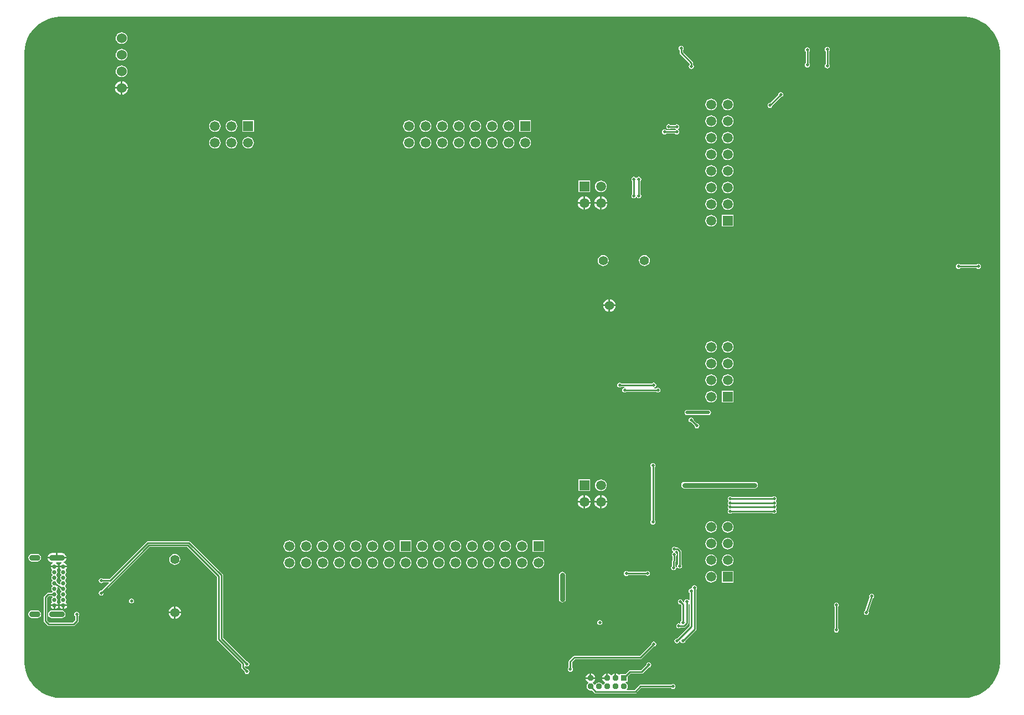
<source format=gbl>
G04*
G04 #@! TF.GenerationSoftware,Altium Limited,Altium Designer,19.1.8 (144)*
G04*
G04 Layer_Physical_Order=2*
G04 Layer_Color=16711680*
%FSLAX25Y25*%
%MOIN*%
G70*
G01*
G75*
%ADD12C,0.01000*%
%ADD13C,0.03000*%
%ADD15C,0.02000*%
%ADD78C,0.06000*%
%ADD79R,0.05906X0.05906*%
%ADD80C,0.05906*%
%ADD81C,0.05906*%
%ADD82R,0.05906X0.05906*%
%ADD83O,0.02559X0.02441*%
%ADD84O,0.09449X0.03543*%
%ADD85O,0.06693X0.03543*%
%ADD86C,0.05512*%
%ADD87C,0.03780*%
%ADD88R,0.03780X0.03780*%
%ADD89C,0.01968*%
G36*
X680108Y517648D02*
X682237Y517224D01*
X684314Y516594D01*
X686319Y515763D01*
X688234Y514740D01*
X690039Y513534D01*
X691717Y512157D01*
X693252Y510622D01*
X694629Y508944D01*
X695835Y507139D01*
X696858Y505225D01*
X697689Y503220D01*
X698319Y501142D01*
X698742Y499013D01*
X698955Y496853D01*
X698955Y495768D01*
X698955Y495768D01*
X698955Y495768D01*
X698955Y129626D01*
Y128541D01*
X698742Y126380D01*
X698319Y124251D01*
X697689Y122174D01*
X696858Y120169D01*
X695835Y118254D01*
X694629Y116450D01*
X693252Y114772D01*
X691717Y113237D01*
X690039Y111860D01*
X688234Y110654D01*
X686319Y109630D01*
X684314Y108800D01*
X682237Y108169D01*
X680108Y107746D01*
X677948Y107533D01*
X132470D01*
X130309Y107746D01*
X128181Y108169D01*
X126103Y108800D01*
X124098Y109630D01*
X122184Y110654D01*
X120379Y111860D01*
X118701Y113237D01*
X117166Y114772D01*
X115789Y116450D01*
X114583Y118254D01*
X113559Y120169D01*
X112729Y122174D01*
X112099Y124251D01*
X111675Y126380D01*
X111462Y128541D01*
X111462Y129626D01*
X111462Y495768D01*
X111462Y496853D01*
X111675Y499013D01*
X112099Y501142D01*
X112729Y503220D01*
X113559Y505225D01*
X114583Y507139D01*
X115789Y508944D01*
X117166Y510622D01*
X118701Y512157D01*
X120379Y513534D01*
X122184Y514740D01*
X124098Y515763D01*
X126103Y516594D01*
X128181Y517224D01*
X130309Y517648D01*
X132470Y517861D01*
X133555Y517860D01*
X133555Y517860D01*
X133555Y517860D01*
X676862Y517861D01*
X677948D01*
X680108Y517648D01*
D02*
G37*
%LPC*%
G36*
X170000Y508530D02*
X169086Y508410D01*
X168235Y508057D01*
X167504Y507496D01*
X166943Y506765D01*
X166590Y505914D01*
X166470Y505000D01*
X166590Y504086D01*
X166943Y503235D01*
X167504Y502504D01*
X168235Y501943D01*
X169086Y501590D01*
X170000Y501470D01*
X170914Y501590D01*
X171765Y501943D01*
X172496Y502504D01*
X173057Y503235D01*
X173410Y504086D01*
X173530Y505000D01*
X173410Y505914D01*
X173057Y506765D01*
X172496Y507496D01*
X171765Y508057D01*
X170914Y508410D01*
X170000Y508530D01*
D02*
G37*
G36*
Y498530D02*
X169086Y498410D01*
X168235Y498057D01*
X167504Y497496D01*
X166943Y496765D01*
X166590Y495914D01*
X166470Y495000D01*
X166590Y494086D01*
X166943Y493235D01*
X167504Y492504D01*
X168235Y491943D01*
X169086Y491590D01*
X170000Y491470D01*
X170914Y491590D01*
X171765Y491943D01*
X172496Y492504D01*
X173057Y493235D01*
X173410Y494086D01*
X173530Y495000D01*
X173410Y495914D01*
X173057Y496765D01*
X172496Y497496D01*
X171765Y498057D01*
X170914Y498410D01*
X170000Y498530D01*
D02*
G37*
G36*
X583000Y499513D02*
X582421Y499398D01*
X581930Y499070D01*
X581602Y498579D01*
X581487Y498000D01*
X581602Y497421D01*
X581930Y496930D01*
X581980Y496896D01*
Y489904D01*
X581930Y489870D01*
X581602Y489379D01*
X581487Y488800D01*
X581602Y488221D01*
X581930Y487730D01*
X582421Y487402D01*
X583000Y487287D01*
X583579Y487402D01*
X584070Y487730D01*
X584398Y488221D01*
X584513Y488800D01*
X584398Y489379D01*
X584070Y489870D01*
X584020Y489904D01*
Y496896D01*
X584070Y496930D01*
X584398Y497421D01*
X584513Y498000D01*
X584398Y498579D01*
X584070Y499070D01*
X583579Y499398D01*
X583000Y499513D01*
D02*
G37*
G36*
X595000Y499713D02*
X594421Y499598D01*
X593930Y499270D01*
X593602Y498779D01*
X593487Y498200D01*
X593602Y497621D01*
X593930Y497130D01*
X593980Y497096D01*
Y489304D01*
X593930Y489270D01*
X593602Y488779D01*
X593487Y488200D01*
X593602Y487621D01*
X593930Y487130D01*
X594421Y486802D01*
X595000Y486687D01*
X595579Y486802D01*
X596070Y487130D01*
X596398Y487621D01*
X596513Y488200D01*
X596398Y488779D01*
X596070Y489270D01*
X596020Y489304D01*
Y497096D01*
X596070Y497130D01*
X596398Y497621D01*
X596513Y498200D01*
X596398Y498779D01*
X596070Y499270D01*
X595579Y499598D01*
X595000Y499713D01*
D02*
G37*
G36*
X507000Y500313D02*
X506421Y500198D01*
X505930Y499870D01*
X505602Y499379D01*
X505487Y498800D01*
X505602Y498221D01*
X505930Y497730D01*
X505980Y497696D01*
Y496153D01*
X506058Y495763D01*
X506279Y495433D01*
X512080Y489631D01*
Y489004D01*
X512030Y488970D01*
X511702Y488479D01*
X511587Y487900D01*
X511702Y487321D01*
X512030Y486830D01*
X512521Y486502D01*
X513100Y486387D01*
X513679Y486502D01*
X514170Y486830D01*
X514498Y487321D01*
X514613Y487900D01*
X514498Y488479D01*
X514170Y488970D01*
X514120Y489004D01*
Y490054D01*
X514042Y490444D01*
X513821Y490774D01*
X508020Y496576D01*
Y497696D01*
X508070Y497730D01*
X508398Y498221D01*
X508513Y498800D01*
X508398Y499379D01*
X508070Y499870D01*
X507579Y500198D01*
X507000Y500313D01*
D02*
G37*
G36*
X170000Y488530D02*
X169086Y488410D01*
X168235Y488057D01*
X167504Y487496D01*
X166943Y486765D01*
X166590Y485914D01*
X166470Y485000D01*
X166590Y484086D01*
X166943Y483235D01*
X167504Y482504D01*
X168235Y481943D01*
X169086Y481590D01*
X170000Y481470D01*
X170914Y481590D01*
X171765Y481943D01*
X172496Y482504D01*
X173057Y483235D01*
X173410Y484086D01*
X173530Y485000D01*
X173410Y485914D01*
X173057Y486765D01*
X172496Y487496D01*
X171765Y488057D01*
X170914Y488410D01*
X170000Y488530D01*
D02*
G37*
G36*
X170500Y478969D02*
Y475500D01*
X173969D01*
X173897Y476044D01*
X173494Y477017D01*
X172853Y477853D01*
X172017Y478494D01*
X171044Y478897D01*
X170500Y478969D01*
D02*
G37*
G36*
X169500D02*
X168956Y478897D01*
X167983Y478494D01*
X167147Y477853D01*
X166506Y477017D01*
X166103Y476044D01*
X166031Y475500D01*
X169500D01*
Y478969D01*
D02*
G37*
G36*
X173969Y474500D02*
X170500D01*
Y471031D01*
X171044Y471103D01*
X172017Y471506D01*
X172853Y472147D01*
X173494Y472983D01*
X173897Y473956D01*
X173969Y474500D01*
D02*
G37*
G36*
X169500D02*
X166031D01*
X166103Y473956D01*
X166506Y472983D01*
X167147Y472147D01*
X167983Y471506D01*
X168956Y471103D01*
X169500Y471031D01*
Y474500D01*
D02*
G37*
G36*
X567000Y472513D02*
X566421Y472398D01*
X565930Y472070D01*
X565602Y471579D01*
X565487Y471000D01*
X565498Y470940D01*
X560560Y466002D01*
X560500Y466013D01*
X559921Y465898D01*
X559430Y465570D01*
X559102Y465079D01*
X558987Y464500D01*
X559102Y463921D01*
X559430Y463430D01*
X559921Y463102D01*
X560500Y462987D01*
X561079Y463102D01*
X561570Y463430D01*
X561898Y463921D01*
X562013Y464500D01*
X562002Y464560D01*
X566940Y469498D01*
X567000Y469487D01*
X567579Y469602D01*
X568070Y469930D01*
X568398Y470421D01*
X568513Y471000D01*
X568398Y471579D01*
X568070Y472070D01*
X567579Y472398D01*
X567000Y472513D01*
D02*
G37*
G36*
X535000Y468482D02*
X534099Y468364D01*
X533259Y468016D01*
X532538Y467462D01*
X531984Y466741D01*
X531636Y465901D01*
X531518Y465000D01*
X531636Y464099D01*
X531984Y463259D01*
X532538Y462537D01*
X533259Y461984D01*
X534099Y461636D01*
X535000Y461517D01*
X535901Y461636D01*
X536741Y461984D01*
X537463Y462537D01*
X538016Y463259D01*
X538364Y464099D01*
X538483Y465000D01*
X538364Y465901D01*
X538016Y466741D01*
X537463Y467462D01*
X536741Y468016D01*
X535901Y468364D01*
X535000Y468482D01*
D02*
G37*
G36*
X525000D02*
X524099Y468364D01*
X523259Y468016D01*
X522538Y467462D01*
X521984Y466741D01*
X521636Y465901D01*
X521518Y465000D01*
X521636Y464099D01*
X521984Y463259D01*
X522538Y462537D01*
X523259Y461984D01*
X524099Y461636D01*
X525000Y461517D01*
X525901Y461636D01*
X526741Y461984D01*
X527462Y462537D01*
X528016Y463259D01*
X528364Y464099D01*
X528482Y465000D01*
X528364Y465901D01*
X528016Y466741D01*
X527462Y467462D01*
X526741Y468016D01*
X525901Y468364D01*
X525000Y468482D01*
D02*
G37*
G36*
X504350Y453163D02*
X503771Y453048D01*
X503280Y452720D01*
X503247Y452669D01*
X500604D01*
X500570Y452720D01*
X500079Y453048D01*
X499500Y453163D01*
X498921Y453048D01*
X498430Y452720D01*
X498102Y452229D01*
X497987Y451650D01*
X498102Y451070D01*
X498430Y450580D01*
X498921Y450251D01*
X499500Y450136D01*
X500079Y450251D01*
X500570Y450580D01*
X500604Y450630D01*
X503247D01*
X503280Y450580D01*
X503620Y450353D01*
X503636Y450306D01*
Y449844D01*
X503620Y449797D01*
X503280Y449570D01*
X503247Y449520D01*
X498104D01*
X498070Y449570D01*
X497579Y449898D01*
X497000Y450013D01*
X496421Y449898D01*
X495930Y449570D01*
X495602Y449079D01*
X495487Y448500D01*
X495602Y447921D01*
X495930Y447430D01*
X496421Y447102D01*
X497000Y446987D01*
X497579Y447102D01*
X498070Y447430D01*
X498104Y447480D01*
X503247D01*
X503280Y447430D01*
X503771Y447102D01*
X504350Y446987D01*
X504929Y447102D01*
X505420Y447430D01*
X505749Y447921D01*
X505864Y448500D01*
X505749Y449079D01*
X505420Y449570D01*
X505081Y449797D01*
X505065Y449844D01*
Y450306D01*
X505081Y450353D01*
X505420Y450580D01*
X505749Y451070D01*
X505864Y451650D01*
X505749Y452229D01*
X505420Y452720D01*
X504929Y453048D01*
X504350Y453163D01*
D02*
G37*
G36*
X535000Y458483D02*
X534099Y458364D01*
X533259Y458016D01*
X532538Y457463D01*
X531984Y456741D01*
X531636Y455901D01*
X531518Y455000D01*
X531636Y454099D01*
X531984Y453259D01*
X532538Y452537D01*
X533259Y451984D01*
X534099Y451636D01*
X535000Y451517D01*
X535901Y451636D01*
X536741Y451984D01*
X537463Y452537D01*
X538016Y453259D01*
X538364Y454099D01*
X538483Y455000D01*
X538364Y455901D01*
X538016Y456741D01*
X537463Y457463D01*
X536741Y458016D01*
X535901Y458364D01*
X535000Y458483D01*
D02*
G37*
G36*
X525000D02*
X524099Y458364D01*
X523259Y458016D01*
X522538Y457463D01*
X521984Y456741D01*
X521636Y455901D01*
X521518Y455000D01*
X521636Y454099D01*
X521984Y453259D01*
X522538Y452537D01*
X523259Y451984D01*
X524099Y451636D01*
X525000Y451517D01*
X525901Y451636D01*
X526741Y451984D01*
X527462Y452537D01*
X528016Y453259D01*
X528364Y454099D01*
X528482Y455000D01*
X528364Y455901D01*
X528016Y456741D01*
X527462Y457463D01*
X526741Y458016D01*
X525901Y458364D01*
X525000Y458483D01*
D02*
G37*
G36*
X416453Y455453D02*
X409547D01*
Y448547D01*
X416453D01*
Y455453D01*
D02*
G37*
G36*
X249653D02*
X242747D01*
Y448547D01*
X249653D01*
Y455453D01*
D02*
G37*
G36*
X403000Y455482D02*
X402099Y455364D01*
X401259Y455016D01*
X400537Y454462D01*
X399984Y453741D01*
X399636Y452901D01*
X399517Y452000D01*
X399636Y451099D01*
X399984Y450259D01*
X400537Y449538D01*
X401259Y448984D01*
X402099Y448636D01*
X403000Y448518D01*
X403901Y448636D01*
X404741Y448984D01*
X405463Y449538D01*
X406016Y450259D01*
X406364Y451099D01*
X406483Y452000D01*
X406364Y452901D01*
X406016Y453741D01*
X405463Y454462D01*
X404741Y455016D01*
X403901Y455364D01*
X403000Y455482D01*
D02*
G37*
G36*
X393000D02*
X392099Y455364D01*
X391259Y455016D01*
X390538Y454462D01*
X389984Y453741D01*
X389636Y452901D01*
X389517Y452000D01*
X389636Y451099D01*
X389984Y450259D01*
X390538Y449538D01*
X391259Y448984D01*
X392099Y448636D01*
X393000Y448518D01*
X393901Y448636D01*
X394741Y448984D01*
X395462Y449538D01*
X396016Y450259D01*
X396364Y451099D01*
X396482Y452000D01*
X396364Y452901D01*
X396016Y453741D01*
X395462Y454462D01*
X394741Y455016D01*
X393901Y455364D01*
X393000Y455482D01*
D02*
G37*
G36*
X383000D02*
X382099Y455364D01*
X381259Y455016D01*
X380538Y454462D01*
X379984Y453741D01*
X379636Y452901D01*
X379518Y452000D01*
X379636Y451099D01*
X379984Y450259D01*
X380538Y449538D01*
X381259Y448984D01*
X382099Y448636D01*
X383000Y448518D01*
X383901Y448636D01*
X384741Y448984D01*
X385462Y449538D01*
X386016Y450259D01*
X386364Y451099D01*
X386483Y452000D01*
X386364Y452901D01*
X386016Y453741D01*
X385462Y454462D01*
X384741Y455016D01*
X383901Y455364D01*
X383000Y455482D01*
D02*
G37*
G36*
X373000D02*
X372099Y455364D01*
X371259Y455016D01*
X370537Y454462D01*
X369984Y453741D01*
X369636Y452901D01*
X369517Y452000D01*
X369636Y451099D01*
X369984Y450259D01*
X370537Y449538D01*
X371259Y448984D01*
X372099Y448636D01*
X373000Y448518D01*
X373901Y448636D01*
X374741Y448984D01*
X375463Y449538D01*
X376016Y450259D01*
X376364Y451099D01*
X376483Y452000D01*
X376364Y452901D01*
X376016Y453741D01*
X375463Y454462D01*
X374741Y455016D01*
X373901Y455364D01*
X373000Y455482D01*
D02*
G37*
G36*
X363000D02*
X362099Y455364D01*
X361259Y455016D01*
X360538Y454462D01*
X359984Y453741D01*
X359636Y452901D01*
X359518Y452000D01*
X359636Y451099D01*
X359984Y450259D01*
X360538Y449538D01*
X361259Y448984D01*
X362099Y448636D01*
X363000Y448518D01*
X363901Y448636D01*
X364741Y448984D01*
X365462Y449538D01*
X366016Y450259D01*
X366364Y451099D01*
X366482Y452000D01*
X366364Y452901D01*
X366016Y453741D01*
X365462Y454462D01*
X364741Y455016D01*
X363901Y455364D01*
X363000Y455482D01*
D02*
G37*
G36*
X353000D02*
X352099Y455364D01*
X351259Y455016D01*
X350537Y454462D01*
X349984Y453741D01*
X349636Y452901D01*
X349517Y452000D01*
X349636Y451099D01*
X349984Y450259D01*
X350537Y449538D01*
X351259Y448984D01*
X352099Y448636D01*
X353000Y448518D01*
X353901Y448636D01*
X354741Y448984D01*
X355463Y449538D01*
X356016Y450259D01*
X356364Y451099D01*
X356483Y452000D01*
X356364Y452901D01*
X356016Y453741D01*
X355463Y454462D01*
X354741Y455016D01*
X353901Y455364D01*
X353000Y455482D01*
D02*
G37*
G36*
X343000D02*
X342099Y455364D01*
X341259Y455016D01*
X340538Y454462D01*
X339984Y453741D01*
X339636Y452901D01*
X339517Y452000D01*
X339636Y451099D01*
X339984Y450259D01*
X340538Y449538D01*
X341259Y448984D01*
X342099Y448636D01*
X343000Y448518D01*
X343901Y448636D01*
X344741Y448984D01*
X345462Y449538D01*
X346016Y450259D01*
X346364Y451099D01*
X346482Y452000D01*
X346364Y452901D01*
X346016Y453741D01*
X345462Y454462D01*
X344741Y455016D01*
X343901Y455364D01*
X343000Y455482D01*
D02*
G37*
G36*
X236200D02*
X235299Y455364D01*
X234459Y455016D01*
X233737Y454462D01*
X233184Y453741D01*
X232836Y452901D01*
X232717Y452000D01*
X232836Y451099D01*
X233184Y450259D01*
X233737Y449538D01*
X234459Y448984D01*
X235299Y448636D01*
X236200Y448518D01*
X237101Y448636D01*
X237941Y448984D01*
X238663Y449538D01*
X239216Y450259D01*
X239564Y451099D01*
X239683Y452000D01*
X239564Y452901D01*
X239216Y453741D01*
X238663Y454462D01*
X237941Y455016D01*
X237101Y455364D01*
X236200Y455482D01*
D02*
G37*
G36*
X226200D02*
X225299Y455364D01*
X224459Y455016D01*
X223738Y454462D01*
X223184Y453741D01*
X222836Y452901D01*
X222717Y452000D01*
X222836Y451099D01*
X223184Y450259D01*
X223738Y449538D01*
X224459Y448984D01*
X225299Y448636D01*
X226200Y448518D01*
X227101Y448636D01*
X227941Y448984D01*
X228662Y449538D01*
X229216Y450259D01*
X229564Y451099D01*
X229682Y452000D01*
X229564Y452901D01*
X229216Y453741D01*
X228662Y454462D01*
X227941Y455016D01*
X227101Y455364D01*
X226200Y455482D01*
D02*
G37*
G36*
X535000Y448483D02*
X534099Y448364D01*
X533259Y448016D01*
X532538Y447463D01*
X531984Y446741D01*
X531636Y445901D01*
X531518Y445000D01*
X531636Y444099D01*
X531984Y443259D01*
X532538Y442537D01*
X533259Y441984D01*
X534099Y441636D01*
X535000Y441517D01*
X535901Y441636D01*
X536741Y441984D01*
X537463Y442537D01*
X538016Y443259D01*
X538364Y444099D01*
X538483Y445000D01*
X538364Y445901D01*
X538016Y446741D01*
X537463Y447463D01*
X536741Y448016D01*
X535901Y448364D01*
X535000Y448483D01*
D02*
G37*
G36*
X525000D02*
X524099Y448364D01*
X523259Y448016D01*
X522538Y447463D01*
X521984Y446741D01*
X521636Y445901D01*
X521518Y445000D01*
X521636Y444099D01*
X521984Y443259D01*
X522538Y442537D01*
X523259Y441984D01*
X524099Y441636D01*
X525000Y441517D01*
X525901Y441636D01*
X526741Y441984D01*
X527462Y442537D01*
X528016Y443259D01*
X528364Y444099D01*
X528482Y445000D01*
X528364Y445901D01*
X528016Y446741D01*
X527462Y447463D01*
X526741Y448016D01*
X525901Y448364D01*
X525000Y448483D01*
D02*
G37*
G36*
X413000Y445482D02*
X412099Y445364D01*
X411259Y445016D01*
X410537Y444462D01*
X409984Y443741D01*
X409636Y442901D01*
X409517Y442000D01*
X409636Y441099D01*
X409984Y440259D01*
X410537Y439537D01*
X411259Y438984D01*
X412099Y438636D01*
X413000Y438518D01*
X413901Y438636D01*
X414741Y438984D01*
X415462Y439537D01*
X416016Y440259D01*
X416364Y441099D01*
X416482Y442000D01*
X416364Y442901D01*
X416016Y443741D01*
X415462Y444462D01*
X414741Y445016D01*
X413901Y445364D01*
X413000Y445482D01*
D02*
G37*
G36*
X403000D02*
X402099Y445364D01*
X401259Y445016D01*
X400537Y444462D01*
X399984Y443741D01*
X399636Y442901D01*
X399517Y442000D01*
X399636Y441099D01*
X399984Y440259D01*
X400537Y439537D01*
X401259Y438984D01*
X402099Y438636D01*
X403000Y438518D01*
X403901Y438636D01*
X404741Y438984D01*
X405463Y439537D01*
X406016Y440259D01*
X406364Y441099D01*
X406483Y442000D01*
X406364Y442901D01*
X406016Y443741D01*
X405463Y444462D01*
X404741Y445016D01*
X403901Y445364D01*
X403000Y445482D01*
D02*
G37*
G36*
X393000D02*
X392099Y445364D01*
X391259Y445016D01*
X390538Y444462D01*
X389984Y443741D01*
X389636Y442901D01*
X389517Y442000D01*
X389636Y441099D01*
X389984Y440259D01*
X390538Y439537D01*
X391259Y438984D01*
X392099Y438636D01*
X393000Y438518D01*
X393901Y438636D01*
X394741Y438984D01*
X395462Y439537D01*
X396016Y440259D01*
X396364Y441099D01*
X396482Y442000D01*
X396364Y442901D01*
X396016Y443741D01*
X395462Y444462D01*
X394741Y445016D01*
X393901Y445364D01*
X393000Y445482D01*
D02*
G37*
G36*
X383000D02*
X382099Y445364D01*
X381259Y445016D01*
X380538Y444462D01*
X379984Y443741D01*
X379636Y442901D01*
X379518Y442000D01*
X379636Y441099D01*
X379984Y440259D01*
X380538Y439537D01*
X381259Y438984D01*
X382099Y438636D01*
X383000Y438518D01*
X383901Y438636D01*
X384741Y438984D01*
X385462Y439537D01*
X386016Y440259D01*
X386364Y441099D01*
X386483Y442000D01*
X386364Y442901D01*
X386016Y443741D01*
X385462Y444462D01*
X384741Y445016D01*
X383901Y445364D01*
X383000Y445482D01*
D02*
G37*
G36*
X373000D02*
X372099Y445364D01*
X371259Y445016D01*
X370537Y444462D01*
X369984Y443741D01*
X369636Y442901D01*
X369517Y442000D01*
X369636Y441099D01*
X369984Y440259D01*
X370537Y439537D01*
X371259Y438984D01*
X372099Y438636D01*
X373000Y438518D01*
X373901Y438636D01*
X374741Y438984D01*
X375463Y439537D01*
X376016Y440259D01*
X376364Y441099D01*
X376483Y442000D01*
X376364Y442901D01*
X376016Y443741D01*
X375463Y444462D01*
X374741Y445016D01*
X373901Y445364D01*
X373000Y445482D01*
D02*
G37*
G36*
X363000D02*
X362099Y445364D01*
X361259Y445016D01*
X360538Y444462D01*
X359984Y443741D01*
X359636Y442901D01*
X359518Y442000D01*
X359636Y441099D01*
X359984Y440259D01*
X360538Y439537D01*
X361259Y438984D01*
X362099Y438636D01*
X363000Y438518D01*
X363901Y438636D01*
X364741Y438984D01*
X365462Y439537D01*
X366016Y440259D01*
X366364Y441099D01*
X366482Y442000D01*
X366364Y442901D01*
X366016Y443741D01*
X365462Y444462D01*
X364741Y445016D01*
X363901Y445364D01*
X363000Y445482D01*
D02*
G37*
G36*
X353000D02*
X352099Y445364D01*
X351259Y445016D01*
X350537Y444462D01*
X349984Y443741D01*
X349636Y442901D01*
X349517Y442000D01*
X349636Y441099D01*
X349984Y440259D01*
X350537Y439537D01*
X351259Y438984D01*
X352099Y438636D01*
X353000Y438518D01*
X353901Y438636D01*
X354741Y438984D01*
X355463Y439537D01*
X356016Y440259D01*
X356364Y441099D01*
X356483Y442000D01*
X356364Y442901D01*
X356016Y443741D01*
X355463Y444462D01*
X354741Y445016D01*
X353901Y445364D01*
X353000Y445482D01*
D02*
G37*
G36*
X343000D02*
X342099Y445364D01*
X341259Y445016D01*
X340538Y444462D01*
X339984Y443741D01*
X339636Y442901D01*
X339517Y442000D01*
X339636Y441099D01*
X339984Y440259D01*
X340538Y439537D01*
X341259Y438984D01*
X342099Y438636D01*
X343000Y438518D01*
X343901Y438636D01*
X344741Y438984D01*
X345462Y439537D01*
X346016Y440259D01*
X346364Y441099D01*
X346482Y442000D01*
X346364Y442901D01*
X346016Y443741D01*
X345462Y444462D01*
X344741Y445016D01*
X343901Y445364D01*
X343000Y445482D01*
D02*
G37*
G36*
X246200D02*
X245299Y445364D01*
X244459Y445016D01*
X243738Y444462D01*
X243184Y443741D01*
X242836Y442901D01*
X242718Y442000D01*
X242836Y441099D01*
X243184Y440259D01*
X243738Y439537D01*
X244459Y438984D01*
X245299Y438636D01*
X246200Y438518D01*
X247101Y438636D01*
X247941Y438984D01*
X248662Y439537D01*
X249216Y440259D01*
X249564Y441099D01*
X249682Y442000D01*
X249564Y442901D01*
X249216Y443741D01*
X248662Y444462D01*
X247941Y445016D01*
X247101Y445364D01*
X246200Y445482D01*
D02*
G37*
G36*
X236200D02*
X235299Y445364D01*
X234459Y445016D01*
X233737Y444462D01*
X233184Y443741D01*
X232836Y442901D01*
X232717Y442000D01*
X232836Y441099D01*
X233184Y440259D01*
X233737Y439537D01*
X234459Y438984D01*
X235299Y438636D01*
X236200Y438518D01*
X237101Y438636D01*
X237941Y438984D01*
X238663Y439537D01*
X239216Y440259D01*
X239564Y441099D01*
X239683Y442000D01*
X239564Y442901D01*
X239216Y443741D01*
X238663Y444462D01*
X237941Y445016D01*
X237101Y445364D01*
X236200Y445482D01*
D02*
G37*
G36*
X226200D02*
X225299Y445364D01*
X224459Y445016D01*
X223738Y444462D01*
X223184Y443741D01*
X222836Y442901D01*
X222717Y442000D01*
X222836Y441099D01*
X223184Y440259D01*
X223738Y439537D01*
X224459Y438984D01*
X225299Y438636D01*
X226200Y438518D01*
X227101Y438636D01*
X227941Y438984D01*
X228662Y439537D01*
X229216Y440259D01*
X229564Y441099D01*
X229682Y442000D01*
X229564Y442901D01*
X229216Y443741D01*
X228662Y444462D01*
X227941Y445016D01*
X227101Y445364D01*
X226200Y445482D01*
D02*
G37*
G36*
X535000Y438483D02*
X534099Y438364D01*
X533259Y438016D01*
X532538Y437463D01*
X531984Y436741D01*
X531636Y435901D01*
X531518Y435000D01*
X531636Y434099D01*
X531984Y433259D01*
X532538Y432538D01*
X533259Y431984D01*
X534099Y431636D01*
X535000Y431518D01*
X535901Y431636D01*
X536741Y431984D01*
X537463Y432538D01*
X538016Y433259D01*
X538364Y434099D01*
X538483Y435000D01*
X538364Y435901D01*
X538016Y436741D01*
X537463Y437463D01*
X536741Y438016D01*
X535901Y438364D01*
X535000Y438483D01*
D02*
G37*
G36*
X525000D02*
X524099Y438364D01*
X523259Y438016D01*
X522538Y437463D01*
X521984Y436741D01*
X521636Y435901D01*
X521518Y435000D01*
X521636Y434099D01*
X521984Y433259D01*
X522538Y432538D01*
X523259Y431984D01*
X524099Y431636D01*
X525000Y431518D01*
X525901Y431636D01*
X526741Y431984D01*
X527462Y432538D01*
X528016Y433259D01*
X528364Y434099D01*
X528482Y435000D01*
X528364Y435901D01*
X528016Y436741D01*
X527462Y437463D01*
X526741Y438016D01*
X525901Y438364D01*
X525000Y438483D01*
D02*
G37*
G36*
X535000Y428482D02*
X534099Y428364D01*
X533259Y428016D01*
X532538Y427462D01*
X531984Y426741D01*
X531636Y425901D01*
X531518Y425000D01*
X531636Y424099D01*
X531984Y423259D01*
X532538Y422538D01*
X533259Y421984D01*
X534099Y421636D01*
X535000Y421518D01*
X535901Y421636D01*
X536741Y421984D01*
X537463Y422538D01*
X538016Y423259D01*
X538364Y424099D01*
X538483Y425000D01*
X538364Y425901D01*
X538016Y426741D01*
X537463Y427462D01*
X536741Y428016D01*
X535901Y428364D01*
X535000Y428482D01*
D02*
G37*
G36*
X525000D02*
X524099Y428364D01*
X523259Y428016D01*
X522538Y427462D01*
X521984Y426741D01*
X521636Y425901D01*
X521518Y425000D01*
X521636Y424099D01*
X521984Y423259D01*
X522538Y422538D01*
X523259Y421984D01*
X524099Y421636D01*
X525000Y421518D01*
X525901Y421636D01*
X526741Y421984D01*
X527462Y422538D01*
X528016Y423259D01*
X528364Y424099D01*
X528482Y425000D01*
X528364Y425901D01*
X528016Y426741D01*
X527462Y427462D01*
X526741Y428016D01*
X525901Y428364D01*
X525000Y428482D01*
D02*
G37*
G36*
X481500Y421513D02*
X480921Y421398D01*
X480430Y421070D01*
X480301Y420877D01*
X479699D01*
X479570Y421070D01*
X479079Y421398D01*
X478500Y421513D01*
X477921Y421398D01*
X477430Y421070D01*
X477102Y420579D01*
X476987Y420000D01*
X477102Y419421D01*
X477430Y418930D01*
X477480Y418896D01*
Y411104D01*
X477430Y411070D01*
X477102Y410579D01*
X476987Y410000D01*
X477102Y409421D01*
X477430Y408930D01*
X477921Y408602D01*
X478500Y408487D01*
X479079Y408602D01*
X479570Y408930D01*
X479699Y409123D01*
X480301D01*
X480430Y408930D01*
X480921Y408602D01*
X481500Y408487D01*
X482079Y408602D01*
X482570Y408930D01*
X482898Y409421D01*
X483013Y410000D01*
X482898Y410579D01*
X482570Y411070D01*
X482520Y411104D01*
Y418896D01*
X482570Y418930D01*
X482898Y419421D01*
X483013Y420000D01*
X482898Y420579D01*
X482570Y421070D01*
X482079Y421398D01*
X481500Y421513D01*
D02*
G37*
G36*
X452071Y419142D02*
X445165D01*
Y412236D01*
X452071D01*
Y419142D01*
D02*
G37*
G36*
X458618Y419171D02*
X457717Y419053D01*
X456877Y418705D01*
X456156Y418152D01*
X455602Y417430D01*
X455254Y416590D01*
X455136Y415689D01*
X455254Y414788D01*
X455602Y413948D01*
X456156Y413227D01*
X456877Y412673D01*
X457717Y412325D01*
X458618Y412207D01*
X459519Y412325D01*
X460359Y412673D01*
X461081Y413227D01*
X461634Y413948D01*
X461982Y414788D01*
X462101Y415689D01*
X461982Y416590D01*
X461634Y417430D01*
X461081Y418152D01*
X460359Y418705D01*
X459519Y419053D01*
X458618Y419171D01*
D02*
G37*
G36*
X535000Y418482D02*
X534099Y418364D01*
X533259Y418016D01*
X532538Y417462D01*
X531984Y416741D01*
X531636Y415901D01*
X531518Y415000D01*
X531636Y414099D01*
X531984Y413259D01*
X532538Y412537D01*
X533259Y411984D01*
X534099Y411636D01*
X535000Y411517D01*
X535901Y411636D01*
X536741Y411984D01*
X537463Y412537D01*
X538016Y413259D01*
X538364Y414099D01*
X538483Y415000D01*
X538364Y415901D01*
X538016Y416741D01*
X537463Y417462D01*
X536741Y418016D01*
X535901Y418364D01*
X535000Y418482D01*
D02*
G37*
G36*
X525000D02*
X524099Y418364D01*
X523259Y418016D01*
X522538Y417462D01*
X521984Y416741D01*
X521636Y415901D01*
X521518Y415000D01*
X521636Y414099D01*
X521984Y413259D01*
X522538Y412537D01*
X523259Y411984D01*
X524099Y411636D01*
X525000Y411517D01*
X525901Y411636D01*
X526741Y411984D01*
X527462Y412537D01*
X528016Y413259D01*
X528364Y414099D01*
X528482Y415000D01*
X528364Y415901D01*
X528016Y416741D01*
X527462Y417462D01*
X526741Y418016D01*
X525901Y418364D01*
X525000Y418482D01*
D02*
G37*
G36*
X459118Y409610D02*
Y406189D01*
X462539D01*
X462469Y406721D01*
X462071Y407682D01*
X461437Y408508D01*
X460612Y409142D01*
X459650Y409540D01*
X459118Y409610D01*
D02*
G37*
G36*
X449118D02*
Y406189D01*
X452539D01*
X452469Y406721D01*
X452071Y407682D01*
X451437Y408508D01*
X450612Y409142D01*
X449650Y409540D01*
X449118Y409610D01*
D02*
G37*
G36*
X458118D02*
X457586Y409540D01*
X456625Y409142D01*
X455799Y408508D01*
X455165Y407682D01*
X454767Y406721D01*
X454697Y406189D01*
X458118D01*
Y409610D01*
D02*
G37*
G36*
X448118D02*
X447586Y409540D01*
X446625Y409142D01*
X445799Y408508D01*
X445165Y407682D01*
X444767Y406721D01*
X444697Y406189D01*
X448118D01*
Y409610D01*
D02*
G37*
G36*
X462539Y405189D02*
X459118D01*
Y401768D01*
X459650Y401838D01*
X460612Y402236D01*
X461437Y402870D01*
X462071Y403696D01*
X462469Y404657D01*
X462539Y405189D01*
D02*
G37*
G36*
X452539D02*
X449118D01*
Y401768D01*
X449650Y401838D01*
X450612Y402236D01*
X451437Y402870D01*
X452071Y403696D01*
X452469Y404657D01*
X452539Y405189D01*
D02*
G37*
G36*
X448118D02*
X444697D01*
X444767Y404657D01*
X445165Y403696D01*
X445799Y402870D01*
X446625Y402236D01*
X447586Y401838D01*
X448118Y401768D01*
Y405189D01*
D02*
G37*
G36*
X458118D02*
X454697D01*
X454767Y404657D01*
X455165Y403696D01*
X455799Y402870D01*
X456625Y402236D01*
X457586Y401838D01*
X458118Y401768D01*
Y405189D01*
D02*
G37*
G36*
X535000Y408483D02*
X534099Y408364D01*
X533259Y408016D01*
X532538Y407463D01*
X531984Y406741D01*
X531636Y405901D01*
X531518Y405000D01*
X531636Y404099D01*
X531984Y403259D01*
X532538Y402537D01*
X533259Y401984D01*
X534099Y401636D01*
X535000Y401517D01*
X535901Y401636D01*
X536741Y401984D01*
X537463Y402537D01*
X538016Y403259D01*
X538364Y404099D01*
X538483Y405000D01*
X538364Y405901D01*
X538016Y406741D01*
X537463Y407463D01*
X536741Y408016D01*
X535901Y408364D01*
X535000Y408483D01*
D02*
G37*
G36*
X525000D02*
X524099Y408364D01*
X523259Y408016D01*
X522538Y407463D01*
X521984Y406741D01*
X521636Y405901D01*
X521518Y405000D01*
X521636Y404099D01*
X521984Y403259D01*
X522538Y402537D01*
X523259Y401984D01*
X524099Y401636D01*
X525000Y401517D01*
X525901Y401636D01*
X526741Y401984D01*
X527462Y402537D01*
X528016Y403259D01*
X528364Y404099D01*
X528482Y405000D01*
X528364Y405901D01*
X528016Y406741D01*
X527462Y407463D01*
X526741Y408016D01*
X525901Y408364D01*
X525000Y408483D01*
D02*
G37*
G36*
X538453Y398453D02*
X531547D01*
Y391547D01*
X538453D01*
Y398453D01*
D02*
G37*
G36*
X525000Y398482D02*
X524099Y398364D01*
X523259Y398016D01*
X522538Y397463D01*
X521984Y396741D01*
X521636Y395901D01*
X521518Y395000D01*
X521636Y394099D01*
X521984Y393259D01*
X522538Y392537D01*
X523259Y391984D01*
X524099Y391636D01*
X525000Y391517D01*
X525901Y391636D01*
X526741Y391984D01*
X527462Y392537D01*
X528016Y393259D01*
X528364Y394099D01*
X528482Y395000D01*
X528364Y395901D01*
X528016Y396741D01*
X527462Y397463D01*
X526741Y398016D01*
X525901Y398364D01*
X525000Y398482D01*
D02*
G37*
G36*
X686000Y369013D02*
X685421Y368898D01*
X684930Y368570D01*
X684896Y368520D01*
X675104D01*
X675070Y368570D01*
X674579Y368898D01*
X674000Y369013D01*
X673421Y368898D01*
X672930Y368570D01*
X672602Y368079D01*
X672487Y367500D01*
X672602Y366921D01*
X672930Y366430D01*
X673421Y366102D01*
X674000Y365987D01*
X674579Y366102D01*
X675070Y366430D01*
X675104Y366480D01*
X684896D01*
X684930Y366430D01*
X685421Y366102D01*
X686000Y365987D01*
X686579Y366102D01*
X687070Y366430D01*
X687398Y366921D01*
X687513Y367500D01*
X687398Y368079D01*
X687070Y368570D01*
X686579Y368898D01*
X686000Y369013D01*
D02*
G37*
G36*
X484877Y374284D02*
X484027Y374172D01*
X483236Y373844D01*
X482555Y373322D01*
X482033Y372642D01*
X481705Y371850D01*
X481594Y371000D01*
X481705Y370150D01*
X482033Y369358D01*
X482555Y368678D01*
X483236Y368156D01*
X484027Y367828D01*
X484877Y367716D01*
X485728Y367828D01*
X486519Y368156D01*
X487200Y368678D01*
X487721Y369358D01*
X488050Y370150D01*
X488162Y371000D01*
X488050Y371850D01*
X487721Y372642D01*
X487200Y373322D01*
X486519Y373844D01*
X485728Y374172D01*
X484877Y374284D01*
D02*
G37*
G36*
X460000D02*
X459150Y374172D01*
X458358Y373844D01*
X457678Y373322D01*
X457156Y372642D01*
X456828Y371850D01*
X456716Y371000D01*
X456828Y370150D01*
X457156Y369358D01*
X457678Y368678D01*
X458358Y368156D01*
X459150Y367828D01*
X460000Y367716D01*
X460850Y367828D01*
X461642Y368156D01*
X462322Y368678D01*
X462844Y369358D01*
X463172Y370150D01*
X463284Y371000D01*
X463172Y371850D01*
X462844Y372642D01*
X462322Y373322D01*
X461642Y373844D01*
X460850Y374172D01*
X460000Y374284D01*
D02*
G37*
G36*
X464222Y347723D02*
Y344500D01*
X467445D01*
X467382Y344981D01*
X467003Y345894D01*
X466401Y346679D01*
X465617Y347281D01*
X464703Y347659D01*
X464222Y347723D01*
D02*
G37*
G36*
X463223Y347723D02*
X462742Y347659D01*
X461828Y347281D01*
X461044Y346679D01*
X460442Y345894D01*
X460063Y344981D01*
X460000Y344500D01*
X463223D01*
Y347723D01*
D02*
G37*
G36*
Y343500D02*
X460000D01*
X460063Y343020D01*
X460442Y342106D01*
X461044Y341321D01*
X461828Y340719D01*
X462742Y340341D01*
X463223Y340278D01*
Y343500D01*
D02*
G37*
G36*
X467445D02*
X464222D01*
Y340278D01*
X464703Y340341D01*
X465617Y340719D01*
X466401Y341321D01*
X467003Y342106D01*
X467382Y343020D01*
X467445Y343500D01*
D02*
G37*
G36*
X535000Y322482D02*
X534099Y322364D01*
X533259Y322016D01*
X532538Y321462D01*
X531984Y320741D01*
X531636Y319901D01*
X531518Y319000D01*
X531636Y318099D01*
X531984Y317259D01*
X532538Y316537D01*
X533259Y315984D01*
X534099Y315636D01*
X535000Y315517D01*
X535901Y315636D01*
X536741Y315984D01*
X537463Y316537D01*
X538016Y317259D01*
X538364Y318099D01*
X538483Y319000D01*
X538364Y319901D01*
X538016Y320741D01*
X537463Y321462D01*
X536741Y322016D01*
X535901Y322364D01*
X535000Y322482D01*
D02*
G37*
G36*
X525000D02*
X524099Y322364D01*
X523259Y322016D01*
X522538Y321462D01*
X521984Y320741D01*
X521636Y319901D01*
X521518Y319000D01*
X521636Y318099D01*
X521984Y317259D01*
X522538Y316537D01*
X523259Y315984D01*
X524099Y315636D01*
X525000Y315517D01*
X525901Y315636D01*
X526741Y315984D01*
X527462Y316537D01*
X528016Y317259D01*
X528364Y318099D01*
X528482Y319000D01*
X528364Y319901D01*
X528016Y320741D01*
X527462Y321462D01*
X526741Y322016D01*
X525901Y322364D01*
X525000Y322482D01*
D02*
G37*
G36*
X535000Y312483D02*
X534099Y312364D01*
X533259Y312016D01*
X532538Y311462D01*
X531984Y310741D01*
X531636Y309901D01*
X531518Y309000D01*
X531636Y308099D01*
X531984Y307259D01*
X532538Y306538D01*
X533259Y305984D01*
X534099Y305636D01*
X535000Y305518D01*
X535901Y305636D01*
X536741Y305984D01*
X537463Y306538D01*
X538016Y307259D01*
X538364Y308099D01*
X538483Y309000D01*
X538364Y309901D01*
X538016Y310741D01*
X537463Y311462D01*
X536741Y312016D01*
X535901Y312364D01*
X535000Y312483D01*
D02*
G37*
G36*
X525000D02*
X524099Y312364D01*
X523259Y312016D01*
X522538Y311462D01*
X521984Y310741D01*
X521636Y309901D01*
X521518Y309000D01*
X521636Y308099D01*
X521984Y307259D01*
X522538Y306538D01*
X523259Y305984D01*
X524099Y305636D01*
X525000Y305518D01*
X525901Y305636D01*
X526741Y305984D01*
X527462Y306538D01*
X528016Y307259D01*
X528364Y308099D01*
X528482Y309000D01*
X528364Y309901D01*
X528016Y310741D01*
X527462Y311462D01*
X526741Y312016D01*
X525901Y312364D01*
X525000Y312483D01*
D02*
G37*
G36*
X490500Y297513D02*
X489921Y297398D01*
X489430Y297070D01*
X489396Y297020D01*
X471104D01*
X471070Y297070D01*
X470579Y297398D01*
X470000Y297513D01*
X469421Y297398D01*
X468930Y297070D01*
X468602Y296579D01*
X468487Y296000D01*
X468602Y295421D01*
X468930Y294930D01*
X469421Y294602D01*
X470000Y294487D01*
X470579Y294602D01*
X471070Y294930D01*
X471104Y294980D01*
X472712D01*
X472789Y294945D01*
X472834Y294480D01*
X472691Y294452D01*
X472421Y294398D01*
X471930Y294070D01*
X471602Y293579D01*
X471487Y293000D01*
X471602Y292421D01*
X471930Y291930D01*
X472421Y291602D01*
X473000Y291487D01*
X473579Y291602D01*
X474070Y291930D01*
X474104Y291980D01*
X491896D01*
X491930Y291930D01*
X492421Y291602D01*
X493000Y291487D01*
X493579Y291602D01*
X494070Y291930D01*
X494398Y292421D01*
X494513Y293000D01*
X494398Y293579D01*
X494070Y294070D01*
X493579Y294398D01*
X493000Y294513D01*
X492421Y294398D01*
X491930Y294070D01*
X491896Y294020D01*
X490788D01*
X490711Y294055D01*
X490665Y294520D01*
X490809Y294548D01*
X491079Y294602D01*
X491570Y294930D01*
X491898Y295421D01*
X492013Y296000D01*
X491898Y296579D01*
X491570Y297070D01*
X491079Y297398D01*
X490500Y297513D01*
D02*
G37*
G36*
X535000Y302483D02*
X534099Y302364D01*
X533259Y302016D01*
X532538Y301463D01*
X531984Y300741D01*
X531636Y299901D01*
X531518Y299000D01*
X531636Y298099D01*
X531984Y297259D01*
X532538Y296537D01*
X533259Y295984D01*
X534099Y295636D01*
X535000Y295517D01*
X535901Y295636D01*
X536741Y295984D01*
X537463Y296537D01*
X538016Y297259D01*
X538364Y298099D01*
X538483Y299000D01*
X538364Y299901D01*
X538016Y300741D01*
X537463Y301463D01*
X536741Y302016D01*
X535901Y302364D01*
X535000Y302483D01*
D02*
G37*
G36*
X525000D02*
X524099Y302364D01*
X523259Y302016D01*
X522538Y301463D01*
X521984Y300741D01*
X521636Y299901D01*
X521518Y299000D01*
X521636Y298099D01*
X521984Y297259D01*
X522538Y296537D01*
X523259Y295984D01*
X524099Y295636D01*
X525000Y295517D01*
X525901Y295636D01*
X526741Y295984D01*
X527462Y296537D01*
X528016Y297259D01*
X528364Y298099D01*
X528482Y299000D01*
X528364Y299901D01*
X528016Y300741D01*
X527462Y301463D01*
X526741Y302016D01*
X525901Y302364D01*
X525000Y302483D01*
D02*
G37*
G36*
X538453Y292453D02*
X531547D01*
Y285547D01*
X538453D01*
Y292453D01*
D02*
G37*
G36*
X525000Y292482D02*
X524099Y292364D01*
X523259Y292016D01*
X522538Y291462D01*
X521984Y290741D01*
X521636Y289901D01*
X521518Y289000D01*
X521636Y288099D01*
X521984Y287259D01*
X522538Y286538D01*
X523259Y285984D01*
X524099Y285636D01*
X525000Y285518D01*
X525901Y285636D01*
X526741Y285984D01*
X527462Y286538D01*
X528016Y287259D01*
X528364Y288099D01*
X528482Y289000D01*
X528364Y289901D01*
X528016Y290741D01*
X527462Y291462D01*
X526741Y292016D01*
X525901Y292364D01*
X525000Y292482D01*
D02*
G37*
G36*
X523500Y281029D02*
X510500D01*
X509915Y280913D01*
X509419Y280581D01*
X509087Y280085D01*
X508971Y279500D01*
X509087Y278915D01*
X509419Y278419D01*
X509915Y278087D01*
X510500Y277971D01*
X523500D01*
X524085Y278087D01*
X524581Y278419D01*
X524913Y278915D01*
X525029Y279500D01*
X524913Y280085D01*
X524581Y280581D01*
X524085Y280913D01*
X523500Y281029D01*
D02*
G37*
G36*
X513000Y276513D02*
X512421Y276398D01*
X511930Y276070D01*
X511602Y275579D01*
X511487Y275000D01*
X511602Y274421D01*
X511930Y273930D01*
X512421Y273602D01*
X513000Y273487D01*
X513060Y273499D01*
X514998Y271560D01*
X514987Y271500D01*
X515102Y270921D01*
X515430Y270430D01*
X515921Y270102D01*
X516500Y269987D01*
X517079Y270102D01*
X517570Y270430D01*
X517898Y270921D01*
X518013Y271500D01*
X517898Y272079D01*
X517570Y272570D01*
X517079Y272898D01*
X516500Y273013D01*
X516440Y273002D01*
X514501Y274940D01*
X514513Y275000D01*
X514398Y275579D01*
X514070Y276070D01*
X513579Y276398D01*
X513000Y276513D01*
D02*
G37*
G36*
X551200Y237728D02*
X509039D01*
X508258Y237573D01*
X507597Y237131D01*
X507155Y236469D01*
X506999Y235689D01*
X507155Y234909D01*
X507597Y234247D01*
X508258Y233805D01*
X509039Y233650D01*
X551200D01*
X551980Y233805D01*
X552642Y234247D01*
X553084Y234909D01*
X553239Y235689D01*
X553084Y236469D01*
X552642Y237131D01*
X551980Y237573D01*
X551200Y237728D01*
D02*
G37*
G36*
X452071Y239142D02*
X445165D01*
Y232236D01*
X452071D01*
Y239142D01*
D02*
G37*
G36*
X458618Y239172D02*
X457717Y239053D01*
X456877Y238705D01*
X456156Y238152D01*
X455602Y237430D01*
X455254Y236590D01*
X455136Y235689D01*
X455254Y234788D01*
X455602Y233948D01*
X456156Y233226D01*
X456877Y232673D01*
X457717Y232325D01*
X458618Y232207D01*
X459519Y232325D01*
X460359Y232673D01*
X461081Y233226D01*
X461634Y233948D01*
X461982Y234788D01*
X462101Y235689D01*
X461982Y236590D01*
X461634Y237430D01*
X461081Y238152D01*
X460359Y238705D01*
X459519Y239053D01*
X458618Y239172D01*
D02*
G37*
G36*
X563000Y229013D02*
X562421Y228898D01*
X561930Y228570D01*
X561896Y228520D01*
X537604D01*
X537570Y228570D01*
X537079Y228898D01*
X536500Y229013D01*
X535921Y228898D01*
X535430Y228570D01*
X535102Y228079D01*
X534987Y227500D01*
X535102Y226921D01*
X535318Y226597D01*
X535392Y226250D01*
X535318Y225903D01*
X535102Y225579D01*
X534987Y225000D01*
X535102Y224421D01*
X535318Y224097D01*
X535392Y223750D01*
X535318Y223403D01*
X535102Y223079D01*
X534987Y222500D01*
X535102Y221921D01*
X535318Y221597D01*
X535392Y221250D01*
X535318Y220903D01*
X535102Y220579D01*
X534987Y220000D01*
X535102Y219421D01*
X535430Y218930D01*
X535921Y218602D01*
X536500Y218487D01*
X537079Y218602D01*
X537570Y218930D01*
X537604Y218980D01*
X561896D01*
X561930Y218930D01*
X562421Y218602D01*
X563000Y218487D01*
X563579Y218602D01*
X564070Y218930D01*
X564398Y219421D01*
X564513Y220000D01*
X564398Y220579D01*
X564182Y220903D01*
X564108Y221250D01*
X564182Y221597D01*
X564398Y221921D01*
X564513Y222500D01*
X564398Y223079D01*
X564182Y223403D01*
X564108Y223750D01*
X564182Y224097D01*
X564398Y224421D01*
X564513Y225000D01*
X564398Y225579D01*
X564182Y225903D01*
X564108Y226250D01*
X564182Y226597D01*
X564398Y226921D01*
X564513Y227500D01*
X564398Y228079D01*
X564070Y228570D01*
X563579Y228898D01*
X563000Y229013D01*
D02*
G37*
G36*
X459118Y229610D02*
Y226189D01*
X462539D01*
X462469Y226721D01*
X462071Y227682D01*
X461437Y228508D01*
X460612Y229142D01*
X459650Y229540D01*
X459118Y229610D01*
D02*
G37*
G36*
X449118D02*
Y226189D01*
X452539D01*
X452469Y226721D01*
X452071Y227682D01*
X451437Y228508D01*
X450612Y229142D01*
X449650Y229540D01*
X449118Y229610D01*
D02*
G37*
G36*
X458118D02*
X457586Y229540D01*
X456625Y229142D01*
X455799Y228508D01*
X455165Y227682D01*
X454767Y226721D01*
X454697Y226189D01*
X458118D01*
Y229610D01*
D02*
G37*
G36*
X448118D02*
X447586Y229540D01*
X446625Y229142D01*
X445799Y228508D01*
X445165Y227682D01*
X444767Y226721D01*
X444697Y226189D01*
X448118D01*
Y229610D01*
D02*
G37*
G36*
X462539Y225189D02*
X459118D01*
Y221768D01*
X459650Y221838D01*
X460612Y222236D01*
X461437Y222870D01*
X462071Y223696D01*
X462469Y224657D01*
X462539Y225189D01*
D02*
G37*
G36*
X452539D02*
X449118D01*
Y221768D01*
X449650Y221838D01*
X450612Y222236D01*
X451437Y222870D01*
X452071Y223696D01*
X452469Y224657D01*
X452539Y225189D01*
D02*
G37*
G36*
X458118D02*
X454697D01*
X454767Y224657D01*
X455165Y223696D01*
X455799Y222870D01*
X456625Y222236D01*
X457586Y221838D01*
X458118Y221768D01*
Y225189D01*
D02*
G37*
G36*
X448118D02*
X444697D01*
X444767Y224657D01*
X445165Y223696D01*
X445799Y222870D01*
X446625Y222236D01*
X447586Y221838D01*
X448118Y221768D01*
Y225189D01*
D02*
G37*
G36*
X489941Y249013D02*
X489362Y248898D01*
X488871Y248570D01*
X488543Y248079D01*
X488428Y247500D01*
X488543Y246921D01*
X488871Y246430D01*
X488921Y246396D01*
Y214557D01*
X488602Y214079D01*
X488487Y213500D01*
X488602Y212921D01*
X488930Y212430D01*
X489421Y212102D01*
X490000Y211987D01*
X490579Y212102D01*
X491070Y212430D01*
X491398Y212921D01*
X491513Y213500D01*
X491398Y214079D01*
X491070Y214570D01*
X490961Y214643D01*
Y246396D01*
X491011Y246430D01*
X491339Y246921D01*
X491454Y247500D01*
X491339Y248079D01*
X491011Y248570D01*
X490520Y248898D01*
X489941Y249013D01*
D02*
G37*
G36*
X535000Y213983D02*
X534099Y213864D01*
X533259Y213516D01*
X532538Y212963D01*
X531984Y212241D01*
X531636Y211401D01*
X531518Y210500D01*
X531636Y209599D01*
X531984Y208759D01*
X532538Y208037D01*
X533259Y207484D01*
X534099Y207136D01*
X535000Y207017D01*
X535901Y207136D01*
X536741Y207484D01*
X537463Y208037D01*
X538016Y208759D01*
X538364Y209599D01*
X538483Y210500D01*
X538364Y211401D01*
X538016Y212241D01*
X537463Y212963D01*
X536741Y213516D01*
X535901Y213864D01*
X535000Y213983D01*
D02*
G37*
G36*
X525000D02*
X524099Y213864D01*
X523259Y213516D01*
X522538Y212963D01*
X521984Y212241D01*
X521636Y211401D01*
X521518Y210500D01*
X521636Y209599D01*
X521984Y208759D01*
X522538Y208037D01*
X523259Y207484D01*
X524099Y207136D01*
X525000Y207017D01*
X525901Y207136D01*
X526741Y207484D01*
X527462Y208037D01*
X528016Y208759D01*
X528364Y209599D01*
X528482Y210500D01*
X528364Y211401D01*
X528016Y212241D01*
X527462Y212963D01*
X526741Y213516D01*
X525901Y213864D01*
X525000Y213983D01*
D02*
G37*
G36*
X535000Y203982D02*
X534099Y203864D01*
X533259Y203516D01*
X532538Y202962D01*
X531984Y202241D01*
X531636Y201401D01*
X531518Y200500D01*
X531636Y199599D01*
X531984Y198759D01*
X532538Y198038D01*
X533259Y197484D01*
X534099Y197136D01*
X535000Y197018D01*
X535901Y197136D01*
X536741Y197484D01*
X537463Y198038D01*
X538016Y198759D01*
X538364Y199599D01*
X538483Y200500D01*
X538364Y201401D01*
X538016Y202241D01*
X537463Y202962D01*
X536741Y203516D01*
X535901Y203864D01*
X535000Y203982D01*
D02*
G37*
G36*
X525000D02*
X524099Y203864D01*
X523259Y203516D01*
X522538Y202962D01*
X521984Y202241D01*
X521636Y201401D01*
X521518Y200500D01*
X521636Y199599D01*
X521984Y198759D01*
X522538Y198038D01*
X523259Y197484D01*
X524099Y197136D01*
X525000Y197018D01*
X525901Y197136D01*
X526741Y197484D01*
X527462Y198038D01*
X528016Y198759D01*
X528364Y199599D01*
X528482Y200500D01*
X528364Y201401D01*
X528016Y202241D01*
X527462Y202962D01*
X526741Y203516D01*
X525901Y203864D01*
X525000Y203982D01*
D02*
G37*
G36*
X424453Y202453D02*
X417547D01*
Y195547D01*
X424453D01*
Y202453D01*
D02*
G37*
G36*
X344453D02*
X337547D01*
Y195547D01*
X344453D01*
Y202453D01*
D02*
G37*
G36*
X411000Y202483D02*
X410099Y202364D01*
X409259Y202016D01*
X408537Y201463D01*
X407984Y200741D01*
X407636Y199901D01*
X407517Y199000D01*
X407636Y198099D01*
X407984Y197259D01*
X408537Y196537D01*
X409259Y195984D01*
X410099Y195636D01*
X411000Y195518D01*
X411901Y195636D01*
X412741Y195984D01*
X413462Y196537D01*
X414016Y197259D01*
X414364Y198099D01*
X414482Y199000D01*
X414364Y199901D01*
X414016Y200741D01*
X413462Y201463D01*
X412741Y202016D01*
X411901Y202364D01*
X411000Y202483D01*
D02*
G37*
G36*
X401000D02*
X400099Y202364D01*
X399259Y202016D01*
X398537Y201463D01*
X397984Y200741D01*
X397636Y199901D01*
X397517Y199000D01*
X397636Y198099D01*
X397984Y197259D01*
X398537Y196537D01*
X399259Y195984D01*
X400099Y195636D01*
X401000Y195518D01*
X401901Y195636D01*
X402741Y195984D01*
X403463Y196537D01*
X404016Y197259D01*
X404364Y198099D01*
X404483Y199000D01*
X404364Y199901D01*
X404016Y200741D01*
X403463Y201463D01*
X402741Y202016D01*
X401901Y202364D01*
X401000Y202483D01*
D02*
G37*
G36*
X391000D02*
X390099Y202364D01*
X389259Y202016D01*
X388538Y201463D01*
X387984Y200741D01*
X387636Y199901D01*
X387517Y199000D01*
X387636Y198099D01*
X387984Y197259D01*
X388538Y196537D01*
X389259Y195984D01*
X390099Y195636D01*
X391000Y195518D01*
X391901Y195636D01*
X392741Y195984D01*
X393462Y196537D01*
X394016Y197259D01*
X394364Y198099D01*
X394482Y199000D01*
X394364Y199901D01*
X394016Y200741D01*
X393462Y201463D01*
X392741Y202016D01*
X391901Y202364D01*
X391000Y202483D01*
D02*
G37*
G36*
X381000D02*
X380099Y202364D01*
X379259Y202016D01*
X378538Y201463D01*
X377984Y200741D01*
X377636Y199901D01*
X377518Y199000D01*
X377636Y198099D01*
X377984Y197259D01*
X378538Y196537D01*
X379259Y195984D01*
X380099Y195636D01*
X381000Y195518D01*
X381901Y195636D01*
X382741Y195984D01*
X383463Y196537D01*
X384016Y197259D01*
X384364Y198099D01*
X384483Y199000D01*
X384364Y199901D01*
X384016Y200741D01*
X383463Y201463D01*
X382741Y202016D01*
X381901Y202364D01*
X381000Y202483D01*
D02*
G37*
G36*
X371000D02*
X370099Y202364D01*
X369259Y202016D01*
X368537Y201463D01*
X367984Y200741D01*
X367636Y199901D01*
X367517Y199000D01*
X367636Y198099D01*
X367984Y197259D01*
X368537Y196537D01*
X369259Y195984D01*
X370099Y195636D01*
X371000Y195518D01*
X371901Y195636D01*
X372741Y195984D01*
X373463Y196537D01*
X374016Y197259D01*
X374364Y198099D01*
X374482Y199000D01*
X374364Y199901D01*
X374016Y200741D01*
X373463Y201463D01*
X372741Y202016D01*
X371901Y202364D01*
X371000Y202483D01*
D02*
G37*
G36*
X361000D02*
X360099Y202364D01*
X359259Y202016D01*
X358538Y201463D01*
X357984Y200741D01*
X357636Y199901D01*
X357518Y199000D01*
X357636Y198099D01*
X357984Y197259D01*
X358538Y196537D01*
X359259Y195984D01*
X360099Y195636D01*
X361000Y195518D01*
X361901Y195636D01*
X362741Y195984D01*
X363462Y196537D01*
X364016Y197259D01*
X364364Y198099D01*
X364482Y199000D01*
X364364Y199901D01*
X364016Y200741D01*
X363462Y201463D01*
X362741Y202016D01*
X361901Y202364D01*
X361000Y202483D01*
D02*
G37*
G36*
X351000D02*
X350099Y202364D01*
X349259Y202016D01*
X348537Y201463D01*
X347984Y200741D01*
X347636Y199901D01*
X347517Y199000D01*
X347636Y198099D01*
X347984Y197259D01*
X348537Y196537D01*
X349259Y195984D01*
X350099Y195636D01*
X351000Y195518D01*
X351901Y195636D01*
X352741Y195984D01*
X353463Y196537D01*
X354016Y197259D01*
X354364Y198099D01*
X354483Y199000D01*
X354364Y199901D01*
X354016Y200741D01*
X353463Y201463D01*
X352741Y202016D01*
X351901Y202364D01*
X351000Y202483D01*
D02*
G37*
G36*
X331000D02*
X330099Y202364D01*
X329259Y202016D01*
X328538Y201463D01*
X327984Y200741D01*
X327636Y199901D01*
X327518Y199000D01*
X327636Y198099D01*
X327984Y197259D01*
X328538Y196537D01*
X329259Y195984D01*
X330099Y195636D01*
X331000Y195518D01*
X331901Y195636D01*
X332741Y195984D01*
X333463Y196537D01*
X334016Y197259D01*
X334364Y198099D01*
X334483Y199000D01*
X334364Y199901D01*
X334016Y200741D01*
X333463Y201463D01*
X332741Y202016D01*
X331901Y202364D01*
X331000Y202483D01*
D02*
G37*
G36*
X321000D02*
X320099Y202364D01*
X319259Y202016D01*
X318537Y201463D01*
X317984Y200741D01*
X317636Y199901D01*
X317517Y199000D01*
X317636Y198099D01*
X317984Y197259D01*
X318537Y196537D01*
X319259Y195984D01*
X320099Y195636D01*
X321000Y195518D01*
X321901Y195636D01*
X322741Y195984D01*
X323463Y196537D01*
X324016Y197259D01*
X324364Y198099D01*
X324482Y199000D01*
X324364Y199901D01*
X324016Y200741D01*
X323463Y201463D01*
X322741Y202016D01*
X321901Y202364D01*
X321000Y202483D01*
D02*
G37*
G36*
X311000D02*
X310099Y202364D01*
X309259Y202016D01*
X308538Y201463D01*
X307984Y200741D01*
X307636Y199901D01*
X307518Y199000D01*
X307636Y198099D01*
X307984Y197259D01*
X308538Y196537D01*
X309259Y195984D01*
X310099Y195636D01*
X311000Y195518D01*
X311901Y195636D01*
X312741Y195984D01*
X313462Y196537D01*
X314016Y197259D01*
X314364Y198099D01*
X314482Y199000D01*
X314364Y199901D01*
X314016Y200741D01*
X313462Y201463D01*
X312741Y202016D01*
X311901Y202364D01*
X311000Y202483D01*
D02*
G37*
G36*
X301000D02*
X300099Y202364D01*
X299259Y202016D01*
X298537Y201463D01*
X297984Y200741D01*
X297636Y199901D01*
X297517Y199000D01*
X297636Y198099D01*
X297984Y197259D01*
X298537Y196537D01*
X299259Y195984D01*
X300099Y195636D01*
X301000Y195518D01*
X301901Y195636D01*
X302741Y195984D01*
X303463Y196537D01*
X304016Y197259D01*
X304364Y198099D01*
X304483Y199000D01*
X304364Y199901D01*
X304016Y200741D01*
X303463Y201463D01*
X302741Y202016D01*
X301901Y202364D01*
X301000Y202483D01*
D02*
G37*
G36*
X291000D02*
X290099Y202364D01*
X289259Y202016D01*
X288538Y201463D01*
X287984Y200741D01*
X287636Y199901D01*
X287517Y199000D01*
X287636Y198099D01*
X287984Y197259D01*
X288538Y196537D01*
X289259Y195984D01*
X290099Y195636D01*
X291000Y195518D01*
X291901Y195636D01*
X292741Y195984D01*
X293462Y196537D01*
X294016Y197259D01*
X294364Y198099D01*
X294482Y199000D01*
X294364Y199901D01*
X294016Y200741D01*
X293462Y201463D01*
X292741Y202016D01*
X291901Y202364D01*
X291000Y202483D01*
D02*
G37*
G36*
X281000D02*
X280099Y202364D01*
X279259Y202016D01*
X278538Y201463D01*
X277984Y200741D01*
X277636Y199901D01*
X277518Y199000D01*
X277636Y198099D01*
X277984Y197259D01*
X278538Y196537D01*
X279259Y195984D01*
X280099Y195636D01*
X281000Y195518D01*
X281901Y195636D01*
X282741Y195984D01*
X283463Y196537D01*
X284016Y197259D01*
X284364Y198099D01*
X284483Y199000D01*
X284364Y199901D01*
X284016Y200741D01*
X283463Y201463D01*
X282741Y202016D01*
X281901Y202364D01*
X281000Y202483D01*
D02*
G37*
G36*
X271000D02*
X270099Y202364D01*
X269259Y202016D01*
X268537Y201463D01*
X267984Y200741D01*
X267636Y199901D01*
X267517Y199000D01*
X267636Y198099D01*
X267984Y197259D01*
X268537Y196537D01*
X269259Y195984D01*
X270099Y195636D01*
X271000Y195518D01*
X271901Y195636D01*
X272741Y195984D01*
X273463Y196537D01*
X274016Y197259D01*
X274364Y198099D01*
X274482Y199000D01*
X274364Y199901D01*
X274016Y200741D01*
X273463Y201463D01*
X272741Y202016D01*
X271901Y202364D01*
X271000Y202483D01*
D02*
G37*
G36*
X133941Y194823D02*
X131488D01*
Y192528D01*
X136671D01*
X136641Y192752D01*
X136362Y193426D01*
X135918Y194005D01*
X135339Y194449D01*
X134665Y194728D01*
X133941Y194823D01*
D02*
G37*
G36*
X130488D02*
X128035D01*
X127312Y194728D01*
X126638Y194449D01*
X126059Y194005D01*
X125614Y193426D01*
X125335Y192752D01*
X125306Y192528D01*
X130488D01*
Y194823D01*
D02*
G37*
G36*
X119256Y194344D02*
X116106D01*
X115220Y194168D01*
X114468Y193666D01*
X113966Y192914D01*
X113790Y192028D01*
X113966Y191142D01*
X114468Y190390D01*
X115220Y189888D01*
X116106Y189712D01*
X119256D01*
X120142Y189888D01*
X120894Y190390D01*
X121396Y191142D01*
X121572Y192028D01*
X121396Y192914D01*
X120894Y193666D01*
X120142Y194168D01*
X119256Y194344D01*
D02*
G37*
G36*
X202000Y194284D02*
X201150Y194172D01*
X200358Y193844D01*
X199678Y193322D01*
X199156Y192642D01*
X198828Y191850D01*
X198716Y191000D01*
X198828Y190150D01*
X199156Y189358D01*
X199678Y188678D01*
X200358Y188156D01*
X201150Y187828D01*
X202000Y187716D01*
X202850Y187828D01*
X203642Y188156D01*
X204322Y188678D01*
X204844Y189358D01*
X205172Y190150D01*
X205284Y191000D01*
X205172Y191850D01*
X204844Y192642D01*
X204322Y193322D01*
X203642Y193844D01*
X202850Y194172D01*
X202000Y194284D01*
D02*
G37*
G36*
X136671Y191528D02*
X125306D01*
X125335Y191305D01*
X125614Y190630D01*
X126059Y190051D01*
X126638Y189607D01*
X127312Y189328D01*
X128035Y189233D01*
X128390D01*
X128499Y188733D01*
X127872Y188314D01*
X127381Y187579D01*
X127308Y187213D01*
X129532D01*
X131756D01*
X131683Y187579D01*
X131192Y188314D01*
X130565Y188733D01*
X130674Y189233D01*
X133704D01*
X133813Y188733D01*
X133186Y188314D01*
X132695Y187579D01*
X132622Y187213D01*
X134846D01*
X137070D01*
X136997Y187579D01*
X136506Y188314D01*
X135771Y188805D01*
X135053Y188947D01*
X135000Y189467D01*
X135339Y189607D01*
X135918Y190051D01*
X136362Y190630D01*
X136641Y191305D01*
X136671Y191528D01*
D02*
G37*
G36*
X535000Y193983D02*
X534099Y193864D01*
X533259Y193516D01*
X532538Y192963D01*
X531984Y192241D01*
X531636Y191401D01*
X531518Y190500D01*
X531636Y189599D01*
X531984Y188759D01*
X532538Y188038D01*
X533259Y187484D01*
X534099Y187136D01*
X535000Y187018D01*
X535901Y187136D01*
X536741Y187484D01*
X537463Y188038D01*
X538016Y188759D01*
X538364Y189599D01*
X538483Y190500D01*
X538364Y191401D01*
X538016Y192241D01*
X537463Y192963D01*
X536741Y193516D01*
X535901Y193864D01*
X535000Y193983D01*
D02*
G37*
G36*
X525000D02*
X524099Y193864D01*
X523259Y193516D01*
X522538Y192963D01*
X521984Y192241D01*
X521636Y191401D01*
X521518Y190500D01*
X521636Y189599D01*
X521984Y188759D01*
X522538Y188038D01*
X523259Y187484D01*
X524099Y187136D01*
X525000Y187018D01*
X525901Y187136D01*
X526741Y187484D01*
X527462Y188038D01*
X528016Y188759D01*
X528364Y189599D01*
X528482Y190500D01*
X528364Y191401D01*
X528016Y192241D01*
X527462Y192963D01*
X526741Y193516D01*
X525901Y193864D01*
X525000Y193983D01*
D02*
G37*
G36*
X421000Y192482D02*
X420099Y192364D01*
X419259Y192016D01*
X418538Y191463D01*
X417984Y190741D01*
X417636Y189901D01*
X417518Y189000D01*
X417636Y188099D01*
X417984Y187259D01*
X418538Y186538D01*
X419259Y185984D01*
X420099Y185636D01*
X421000Y185518D01*
X421901Y185636D01*
X422741Y185984D01*
X423462Y186538D01*
X424016Y187259D01*
X424364Y188099D01*
X424482Y189000D01*
X424364Y189901D01*
X424016Y190741D01*
X423462Y191463D01*
X422741Y192016D01*
X421901Y192364D01*
X421000Y192482D01*
D02*
G37*
G36*
X411000D02*
X410099Y192364D01*
X409259Y192016D01*
X408537Y191463D01*
X407984Y190741D01*
X407636Y189901D01*
X407517Y189000D01*
X407636Y188099D01*
X407984Y187259D01*
X408537Y186538D01*
X409259Y185984D01*
X410099Y185636D01*
X411000Y185518D01*
X411901Y185636D01*
X412741Y185984D01*
X413462Y186538D01*
X414016Y187259D01*
X414364Y188099D01*
X414482Y189000D01*
X414364Y189901D01*
X414016Y190741D01*
X413462Y191463D01*
X412741Y192016D01*
X411901Y192364D01*
X411000Y192482D01*
D02*
G37*
G36*
X401000D02*
X400099Y192364D01*
X399259Y192016D01*
X398537Y191463D01*
X397984Y190741D01*
X397636Y189901D01*
X397517Y189000D01*
X397636Y188099D01*
X397984Y187259D01*
X398537Y186538D01*
X399259Y185984D01*
X400099Y185636D01*
X401000Y185518D01*
X401901Y185636D01*
X402741Y185984D01*
X403463Y186538D01*
X404016Y187259D01*
X404364Y188099D01*
X404483Y189000D01*
X404364Y189901D01*
X404016Y190741D01*
X403463Y191463D01*
X402741Y192016D01*
X401901Y192364D01*
X401000Y192482D01*
D02*
G37*
G36*
X391000D02*
X390099Y192364D01*
X389259Y192016D01*
X388538Y191463D01*
X387984Y190741D01*
X387636Y189901D01*
X387517Y189000D01*
X387636Y188099D01*
X387984Y187259D01*
X388538Y186538D01*
X389259Y185984D01*
X390099Y185636D01*
X391000Y185518D01*
X391901Y185636D01*
X392741Y185984D01*
X393462Y186538D01*
X394016Y187259D01*
X394364Y188099D01*
X394482Y189000D01*
X394364Y189901D01*
X394016Y190741D01*
X393462Y191463D01*
X392741Y192016D01*
X391901Y192364D01*
X391000Y192482D01*
D02*
G37*
G36*
X381000D02*
X380099Y192364D01*
X379259Y192016D01*
X378538Y191463D01*
X377984Y190741D01*
X377636Y189901D01*
X377518Y189000D01*
X377636Y188099D01*
X377984Y187259D01*
X378538Y186538D01*
X379259Y185984D01*
X380099Y185636D01*
X381000Y185518D01*
X381901Y185636D01*
X382741Y185984D01*
X383463Y186538D01*
X384016Y187259D01*
X384364Y188099D01*
X384483Y189000D01*
X384364Y189901D01*
X384016Y190741D01*
X383463Y191463D01*
X382741Y192016D01*
X381901Y192364D01*
X381000Y192482D01*
D02*
G37*
G36*
X371000D02*
X370099Y192364D01*
X369259Y192016D01*
X368537Y191463D01*
X367984Y190741D01*
X367636Y189901D01*
X367517Y189000D01*
X367636Y188099D01*
X367984Y187259D01*
X368537Y186538D01*
X369259Y185984D01*
X370099Y185636D01*
X371000Y185518D01*
X371901Y185636D01*
X372741Y185984D01*
X373463Y186538D01*
X374016Y187259D01*
X374364Y188099D01*
X374482Y189000D01*
X374364Y189901D01*
X374016Y190741D01*
X373463Y191463D01*
X372741Y192016D01*
X371901Y192364D01*
X371000Y192482D01*
D02*
G37*
G36*
X361000D02*
X360099Y192364D01*
X359259Y192016D01*
X358538Y191463D01*
X357984Y190741D01*
X357636Y189901D01*
X357518Y189000D01*
X357636Y188099D01*
X357984Y187259D01*
X358538Y186538D01*
X359259Y185984D01*
X360099Y185636D01*
X361000Y185518D01*
X361901Y185636D01*
X362741Y185984D01*
X363462Y186538D01*
X364016Y187259D01*
X364364Y188099D01*
X364482Y189000D01*
X364364Y189901D01*
X364016Y190741D01*
X363462Y191463D01*
X362741Y192016D01*
X361901Y192364D01*
X361000Y192482D01*
D02*
G37*
G36*
X351000D02*
X350099Y192364D01*
X349259Y192016D01*
X348537Y191463D01*
X347984Y190741D01*
X347636Y189901D01*
X347517Y189000D01*
X347636Y188099D01*
X347984Y187259D01*
X348537Y186538D01*
X349259Y185984D01*
X350099Y185636D01*
X351000Y185518D01*
X351901Y185636D01*
X352741Y185984D01*
X353463Y186538D01*
X354016Y187259D01*
X354364Y188099D01*
X354483Y189000D01*
X354364Y189901D01*
X354016Y190741D01*
X353463Y191463D01*
X352741Y192016D01*
X351901Y192364D01*
X351000Y192482D01*
D02*
G37*
G36*
X341000D02*
X340099Y192364D01*
X339259Y192016D01*
X338538Y191463D01*
X337984Y190741D01*
X337636Y189901D01*
X337517Y189000D01*
X337636Y188099D01*
X337984Y187259D01*
X338538Y186538D01*
X339259Y185984D01*
X340099Y185636D01*
X341000Y185518D01*
X341901Y185636D01*
X342741Y185984D01*
X343462Y186538D01*
X344016Y187259D01*
X344364Y188099D01*
X344482Y189000D01*
X344364Y189901D01*
X344016Y190741D01*
X343462Y191463D01*
X342741Y192016D01*
X341901Y192364D01*
X341000Y192482D01*
D02*
G37*
G36*
X331000D02*
X330099Y192364D01*
X329259Y192016D01*
X328538Y191463D01*
X327984Y190741D01*
X327636Y189901D01*
X327518Y189000D01*
X327636Y188099D01*
X327984Y187259D01*
X328538Y186538D01*
X329259Y185984D01*
X330099Y185636D01*
X331000Y185518D01*
X331901Y185636D01*
X332741Y185984D01*
X333463Y186538D01*
X334016Y187259D01*
X334364Y188099D01*
X334483Y189000D01*
X334364Y189901D01*
X334016Y190741D01*
X333463Y191463D01*
X332741Y192016D01*
X331901Y192364D01*
X331000Y192482D01*
D02*
G37*
G36*
X321000D02*
X320099Y192364D01*
X319259Y192016D01*
X318537Y191463D01*
X317984Y190741D01*
X317636Y189901D01*
X317517Y189000D01*
X317636Y188099D01*
X317984Y187259D01*
X318537Y186538D01*
X319259Y185984D01*
X320099Y185636D01*
X321000Y185518D01*
X321901Y185636D01*
X322741Y185984D01*
X323463Y186538D01*
X324016Y187259D01*
X324364Y188099D01*
X324482Y189000D01*
X324364Y189901D01*
X324016Y190741D01*
X323463Y191463D01*
X322741Y192016D01*
X321901Y192364D01*
X321000Y192482D01*
D02*
G37*
G36*
X311000D02*
X310099Y192364D01*
X309259Y192016D01*
X308538Y191463D01*
X307984Y190741D01*
X307636Y189901D01*
X307518Y189000D01*
X307636Y188099D01*
X307984Y187259D01*
X308538Y186538D01*
X309259Y185984D01*
X310099Y185636D01*
X311000Y185518D01*
X311901Y185636D01*
X312741Y185984D01*
X313462Y186538D01*
X314016Y187259D01*
X314364Y188099D01*
X314482Y189000D01*
X314364Y189901D01*
X314016Y190741D01*
X313462Y191463D01*
X312741Y192016D01*
X311901Y192364D01*
X311000Y192482D01*
D02*
G37*
G36*
X301000D02*
X300099Y192364D01*
X299259Y192016D01*
X298537Y191463D01*
X297984Y190741D01*
X297636Y189901D01*
X297517Y189000D01*
X297636Y188099D01*
X297984Y187259D01*
X298537Y186538D01*
X299259Y185984D01*
X300099Y185636D01*
X301000Y185518D01*
X301901Y185636D01*
X302741Y185984D01*
X303463Y186538D01*
X304016Y187259D01*
X304364Y188099D01*
X304483Y189000D01*
X304364Y189901D01*
X304016Y190741D01*
X303463Y191463D01*
X302741Y192016D01*
X301901Y192364D01*
X301000Y192482D01*
D02*
G37*
G36*
X291000D02*
X290099Y192364D01*
X289259Y192016D01*
X288538Y191463D01*
X287984Y190741D01*
X287636Y189901D01*
X287517Y189000D01*
X287636Y188099D01*
X287984Y187259D01*
X288538Y186538D01*
X289259Y185984D01*
X290099Y185636D01*
X291000Y185518D01*
X291901Y185636D01*
X292741Y185984D01*
X293462Y186538D01*
X294016Y187259D01*
X294364Y188099D01*
X294482Y189000D01*
X294364Y189901D01*
X294016Y190741D01*
X293462Y191463D01*
X292741Y192016D01*
X291901Y192364D01*
X291000Y192482D01*
D02*
G37*
G36*
X281000D02*
X280099Y192364D01*
X279259Y192016D01*
X278538Y191463D01*
X277984Y190741D01*
X277636Y189901D01*
X277518Y189000D01*
X277636Y188099D01*
X277984Y187259D01*
X278538Y186538D01*
X279259Y185984D01*
X280099Y185636D01*
X281000Y185518D01*
X281901Y185636D01*
X282741Y185984D01*
X283463Y186538D01*
X284016Y187259D01*
X284364Y188099D01*
X284483Y189000D01*
X284364Y189901D01*
X284016Y190741D01*
X283463Y191463D01*
X282741Y192016D01*
X281901Y192364D01*
X281000Y192482D01*
D02*
G37*
G36*
X271000D02*
X270099Y192364D01*
X269259Y192016D01*
X268537Y191463D01*
X267984Y190741D01*
X267636Y189901D01*
X267517Y189000D01*
X267636Y188099D01*
X267984Y187259D01*
X268537Y186538D01*
X269259Y185984D01*
X270099Y185636D01*
X271000Y185518D01*
X271901Y185636D01*
X272741Y185984D01*
X273463Y186538D01*
X274016Y187259D01*
X274364Y188099D01*
X274482Y189000D01*
X274364Y189901D01*
X274016Y190741D01*
X273463Y191463D01*
X272741Y192016D01*
X271901Y192364D01*
X271000Y192482D01*
D02*
G37*
G36*
X502800Y198663D02*
X502221Y198548D01*
X501730Y198220D01*
X501402Y197729D01*
X501287Y197150D01*
X501402Y196571D01*
X501730Y196080D01*
X502070Y195853D01*
X502085Y195806D01*
Y195344D01*
X502070Y195297D01*
X501730Y195070D01*
X501402Y194579D01*
X501287Y194000D01*
X501402Y193421D01*
X501730Y192930D01*
X501780Y192896D01*
Y190781D01*
X501720Y190721D01*
X501499Y190390D01*
X501421Y190000D01*
Y187104D01*
X501371Y187070D01*
X501043Y186579D01*
X500928Y186000D01*
X501043Y185421D01*
X501371Y184930D01*
X501862Y184602D01*
X502441Y184487D01*
X503020Y184602D01*
X503511Y184930D01*
X503839Y185421D01*
X503954Y186000D01*
X503839Y186579D01*
X503511Y187070D01*
X503461Y187104D01*
Y189578D01*
X503521Y189638D01*
X503742Y189969D01*
X503820Y190359D01*
Y192896D01*
X503870Y192930D01*
X504198Y193421D01*
X504313Y194000D01*
X504198Y194579D01*
X503870Y195070D01*
X503531Y195297D01*
X503515Y195344D01*
Y195806D01*
X503531Y195853D01*
X503870Y196080D01*
X503904Y196130D01*
X504428D01*
X504980Y195578D01*
Y188104D01*
X504930Y188070D01*
X504602Y187579D01*
X504487Y187000D01*
X504602Y186421D01*
X504930Y185930D01*
X505421Y185602D01*
X506000Y185487D01*
X506579Y185602D01*
X507070Y185930D01*
X507398Y186421D01*
X507513Y187000D01*
X507398Y187579D01*
X507070Y188070D01*
X507020Y188104D01*
Y196000D01*
X506942Y196390D01*
X506721Y196721D01*
X505571Y197871D01*
X505241Y198092D01*
X504850Y198169D01*
X503904D01*
X503870Y198220D01*
X503379Y198548D01*
X502800Y198663D01*
D02*
G37*
G36*
X486700Y184072D02*
X486121Y183957D01*
X485630Y183629D01*
X485557Y183520D01*
X475104D01*
X475070Y183570D01*
X474579Y183898D01*
X474000Y184013D01*
X473421Y183898D01*
X472930Y183570D01*
X472602Y183079D01*
X472487Y182500D01*
X472602Y181921D01*
X472930Y181430D01*
X473421Y181102D01*
X474000Y180987D01*
X474579Y181102D01*
X475070Y181430D01*
X475104Y181480D01*
X485643D01*
X486121Y181161D01*
X486700Y181046D01*
X487279Y181161D01*
X487770Y181489D01*
X488098Y181980D01*
X488213Y182559D01*
X488098Y183138D01*
X487770Y183629D01*
X487279Y183957D01*
X486700Y184072D01*
D02*
G37*
G36*
X538453Y183953D02*
X531547D01*
Y177047D01*
X538453D01*
Y183953D01*
D02*
G37*
G36*
X525000Y183983D02*
X524099Y183864D01*
X523259Y183516D01*
X522538Y182963D01*
X521984Y182241D01*
X521636Y181401D01*
X521518Y180500D01*
X521636Y179599D01*
X521984Y178759D01*
X522538Y178038D01*
X523259Y177484D01*
X524099Y177136D01*
X525000Y177017D01*
X525901Y177136D01*
X526741Y177484D01*
X527462Y178038D01*
X528016Y178759D01*
X528364Y179599D01*
X528482Y180500D01*
X528364Y181401D01*
X528016Y182241D01*
X527462Y182963D01*
X526741Y183516D01*
X525901Y183864D01*
X525000Y183983D01*
D02*
G37*
G36*
X515000Y175513D02*
X514421Y175398D01*
X513930Y175070D01*
X513602Y174579D01*
X513487Y174000D01*
X513502Y173923D01*
X513077Y173498D01*
X513000Y173513D01*
X512421Y173398D01*
X511930Y173070D01*
X511602Y172579D01*
X511487Y172000D01*
X511602Y171421D01*
X511930Y170930D01*
X511980Y170896D01*
Y166533D01*
X511480Y166381D01*
X511354Y166570D01*
X510863Y166898D01*
X510284Y167013D01*
X509705Y166898D01*
X509214Y166570D01*
X508886Y166079D01*
X508771Y165500D01*
X508801Y165348D01*
X508340Y165102D01*
X508002Y165440D01*
X508013Y165500D01*
X507898Y166079D01*
X507570Y166570D01*
X507079Y166898D01*
X506500Y167013D01*
X505921Y166898D01*
X505430Y166570D01*
X505102Y166079D01*
X504987Y165500D01*
X505102Y164921D01*
X505430Y164430D01*
X505921Y164102D01*
X506500Y163987D01*
X506560Y163998D01*
X506980Y163578D01*
Y154104D01*
X506930Y154070D01*
X506602Y153579D01*
X506487Y153000D01*
X506549Y152685D01*
X506099Y152385D01*
X506079Y152398D01*
X505500Y152513D01*
X504921Y152398D01*
X504430Y152070D01*
X504102Y151579D01*
X503987Y151000D01*
X504102Y150421D01*
X504430Y149930D01*
X504921Y149602D01*
X505500Y149487D01*
X506079Y149602D01*
X506570Y149930D01*
X506604Y149980D01*
X508806D01*
X509196Y150058D01*
X509527Y150279D01*
X511005Y151757D01*
X511226Y152088D01*
X511304Y152478D01*
Y164166D01*
X511480Y164315D01*
X511980Y164083D01*
Y150922D01*
X504460Y143402D01*
X504400Y143413D01*
X503821Y143298D01*
X503330Y142970D01*
X503002Y142479D01*
X502887Y141900D01*
X503002Y141321D01*
X503330Y140830D01*
X503821Y140502D01*
X504400Y140387D01*
X504979Y140502D01*
X505470Y140830D01*
X505798Y141321D01*
X505864Y141654D01*
X506028Y141741D01*
X506591Y141475D01*
X506602Y141421D01*
X506930Y140930D01*
X507421Y140602D01*
X508000Y140487D01*
X508579Y140602D01*
X509070Y140930D01*
X509398Y141421D01*
X509513Y142000D01*
X509502Y142060D01*
X515721Y148279D01*
X515942Y148610D01*
X516020Y149000D01*
Y172896D01*
X516070Y172930D01*
X516398Y173421D01*
X516513Y174000D01*
X516398Y174579D01*
X516070Y175070D01*
X515579Y175398D01*
X515000Y175513D01*
D02*
G37*
G36*
X435400Y183539D02*
X434620Y183384D01*
X433958Y182942D01*
X433516Y182280D01*
X433361Y181500D01*
Y167000D01*
X433516Y166220D01*
X433958Y165558D01*
X434620Y165116D01*
X435400Y164961D01*
X436180Y165116D01*
X436842Y165558D01*
X437284Y166220D01*
X437439Y167000D01*
Y181500D01*
X437284Y182280D01*
X436842Y182942D01*
X436180Y183384D01*
X435400Y183539D01*
D02*
G37*
G36*
X176000Y167513D02*
X175421Y167398D01*
X174930Y167070D01*
X174602Y166579D01*
X174487Y166000D01*
X174602Y165421D01*
X174930Y164930D01*
X175421Y164602D01*
X176000Y164487D01*
X176579Y164602D01*
X177070Y164930D01*
X177398Y165421D01*
X177513Y166000D01*
X177398Y166579D01*
X177070Y167070D01*
X176579Y167398D01*
X176000Y167513D01*
D02*
G37*
G36*
X131756Y186213D02*
X129532D01*
X127308D01*
X127381Y185847D01*
X127872Y185112D01*
X128015Y185017D01*
X128077Y184374D01*
X127852Y184037D01*
X127719Y183366D01*
X127852Y182695D01*
X128233Y182126D01*
X128430Y181994D01*
Y181392D01*
X128233Y181260D01*
X127852Y180691D01*
X127719Y180020D01*
X127852Y179349D01*
X128233Y178780D01*
X128431Y178647D01*
Y178046D01*
X128233Y177913D01*
X127852Y177344D01*
X127719Y176673D01*
X127852Y176002D01*
X128233Y175433D01*
X128430Y175301D01*
Y174699D01*
X128233Y174567D01*
X127852Y173998D01*
X127719Y173327D01*
X127852Y172656D01*
X128233Y172087D01*
X128431Y171954D01*
Y171356D01*
X128420Y171346D01*
X128233Y171220D01*
X128102Y171024D01*
X128077Y171000D01*
X125822D01*
X125432Y170922D01*
X125102Y170701D01*
X123279Y168878D01*
X123058Y168548D01*
X122980Y168157D01*
Y154000D01*
X123058Y153610D01*
X123279Y153279D01*
X125279Y151279D01*
X125610Y151058D01*
X126000Y150980D01*
X141000D01*
X141390Y151058D01*
X141721Y151279D01*
X143721Y153279D01*
X143942Y153610D01*
X144020Y154000D01*
Y156868D01*
X144070Y156902D01*
X144398Y157393D01*
X144513Y157972D01*
X144398Y158551D01*
X144070Y159042D01*
X143579Y159370D01*
X143000Y159485D01*
X142421Y159370D01*
X141930Y159042D01*
X141602Y158551D01*
X141487Y157972D01*
X141602Y157393D01*
X141930Y156902D01*
X141980Y156868D01*
Y154422D01*
X140578Y153020D01*
X126422D01*
X125020Y154422D01*
Y167735D01*
X126245Y168960D01*
X128085D01*
X128233Y168740D01*
X128430Y168608D01*
Y168006D01*
X128233Y167874D01*
X127852Y167305D01*
X127719Y166634D01*
X127852Y165963D01*
X128077Y165626D01*
X128015Y164983D01*
X127872Y164888D01*
X127381Y164153D01*
X127308Y163787D01*
X129532D01*
X131756D01*
X131683Y164153D01*
X131192Y164888D01*
X131049Y164983D01*
X130987Y165626D01*
X131212Y165963D01*
X131345Y166634D01*
X131212Y167305D01*
X130831Y167874D01*
X130634Y168006D01*
Y168608D01*
X130831Y168740D01*
X131212Y169309D01*
X131345Y169980D01*
X131212Y170651D01*
X130831Y171220D01*
X130633Y171353D01*
Y171954D01*
X130831Y172087D01*
X131212Y172656D01*
X131345Y173327D01*
X131252Y173794D01*
X131695Y174106D01*
X133047Y173255D01*
X133166Y172656D01*
X133547Y172087D01*
X133745Y171954D01*
Y171353D01*
X133547Y171220D01*
X133166Y170651D01*
X133033Y169980D01*
X133166Y169309D01*
X133547Y168740D01*
X133744Y168608D01*
Y168006D01*
X133547Y167874D01*
X133166Y167305D01*
X133033Y166634D01*
X133166Y165963D01*
X133391Y165626D01*
X133329Y164983D01*
X133186Y164888D01*
X132695Y164153D01*
X132622Y163787D01*
X134846D01*
X137070D01*
X136997Y164153D01*
X136506Y164888D01*
X136363Y164983D01*
X136301Y165626D01*
X136526Y165963D01*
X136659Y166634D01*
X136526Y167305D01*
X136145Y167874D01*
X135948Y168006D01*
Y168608D01*
X136145Y168740D01*
X136526Y169309D01*
X136659Y169980D01*
X136526Y170651D01*
X136145Y171220D01*
X135947Y171353D01*
Y171954D01*
X136145Y172087D01*
X136526Y172656D01*
X136659Y173327D01*
X136526Y173998D01*
X136145Y174567D01*
X135948Y174699D01*
Y175301D01*
X136145Y175433D01*
X136526Y176002D01*
X136659Y176673D01*
X136526Y177344D01*
X136145Y177913D01*
X135947Y178046D01*
Y178647D01*
X136145Y178780D01*
X136526Y179349D01*
X136659Y180020D01*
X136526Y180691D01*
X136145Y181260D01*
X135948Y181392D01*
Y181994D01*
X136145Y182126D01*
X136526Y182695D01*
X136659Y183366D01*
X136526Y184037D01*
X136301Y184374D01*
X136363Y185017D01*
X136506Y185112D01*
X136997Y185847D01*
X137070Y186213D01*
X134846D01*
X132622D01*
X132695Y185847D01*
X133186Y185112D01*
X133329Y185017D01*
X133391Y184374D01*
X133166Y184037D01*
X133033Y183366D01*
X133166Y182695D01*
X133547Y182126D01*
X133744Y181994D01*
Y181392D01*
X133547Y181260D01*
X133166Y180691D01*
X133033Y180020D01*
X133166Y179349D01*
X133547Y178780D01*
X133745Y178647D01*
Y178046D01*
X133547Y177913D01*
X133166Y177344D01*
X133033Y176673D01*
X133126Y176206D01*
X132683Y175894D01*
X131331Y176745D01*
X131212Y177344D01*
X130831Y177913D01*
X130633Y178046D01*
Y178647D01*
X130831Y178780D01*
X131212Y179349D01*
X131345Y180020D01*
X131212Y180691D01*
X130831Y181260D01*
X130634Y181392D01*
Y181994D01*
X130831Y182126D01*
X131212Y182695D01*
X131345Y183366D01*
X131212Y184037D01*
X130987Y184374D01*
X131049Y185017D01*
X131192Y185112D01*
X131683Y185847D01*
X131756Y186213D01*
D02*
G37*
G36*
Y162787D02*
X130032D01*
Y161111D01*
X130457Y161195D01*
X131192Y161686D01*
X131683Y162421D01*
X131756Y162787D01*
D02*
G37*
G36*
X137070D02*
X135346D01*
Y161111D01*
X135771Y161195D01*
X136506Y161686D01*
X136997Y162421D01*
X137070Y162787D01*
D02*
G37*
G36*
X134346D02*
X132622D01*
X132695Y162421D01*
X133186Y161686D01*
X133921Y161195D01*
X134346Y161111D01*
Y162787D01*
D02*
G37*
G36*
X129032D02*
X127308D01*
X127381Y162421D01*
X127872Y161686D01*
X128607Y161195D01*
X129032Y161111D01*
Y162787D01*
D02*
G37*
G36*
X202500Y162723D02*
Y159500D01*
X205722D01*
X205659Y159980D01*
X205281Y160894D01*
X204679Y161679D01*
X203894Y162281D01*
X202980Y162659D01*
X202500Y162723D01*
D02*
G37*
G36*
X201500D02*
X201020Y162659D01*
X200106Y162281D01*
X199321Y161679D01*
X198719Y160894D01*
X198341Y159980D01*
X198277Y159500D01*
X201500D01*
Y162723D01*
D02*
G37*
G36*
X621751Y170403D02*
X621172Y170288D01*
X620681Y169960D01*
X620353Y169469D01*
X620238Y168890D01*
X620353Y168311D01*
X620443Y168176D01*
X617877Y160369D01*
X617430Y160070D01*
X617102Y159579D01*
X616987Y159000D01*
X617102Y158421D01*
X617430Y157930D01*
X617921Y157602D01*
X618500Y157487D01*
X619079Y157602D01*
X619570Y157930D01*
X619898Y158421D01*
X620013Y159000D01*
X619898Y159579D01*
X619808Y159714D01*
X622375Y167521D01*
X622822Y167820D01*
X623149Y168311D01*
X623265Y168890D01*
X623149Y169469D01*
X622822Y169960D01*
X622331Y170288D01*
X621751Y170403D01*
D02*
G37*
G36*
X133941Y160288D02*
X128035D01*
X127149Y160112D01*
X126398Y159610D01*
X125896Y158858D01*
X125719Y157972D01*
X125896Y157086D01*
X126398Y156334D01*
X127149Y155832D01*
X128035Y155656D01*
X133941D01*
X134827Y155832D01*
X135579Y156334D01*
X136081Y157086D01*
X136257Y157972D01*
X136081Y158858D01*
X135579Y159610D01*
X134827Y160112D01*
X133941Y160288D01*
D02*
G37*
G36*
X119256D02*
X116106D01*
X115220Y160112D01*
X114468Y159610D01*
X113966Y158858D01*
X113790Y157972D01*
X113966Y157086D01*
X114468Y156334D01*
X115220Y155832D01*
X116106Y155656D01*
X119256D01*
X120142Y155832D01*
X120894Y156334D01*
X121396Y157086D01*
X121572Y157972D01*
X121396Y158858D01*
X120894Y159610D01*
X120142Y160112D01*
X119256Y160288D01*
D02*
G37*
G36*
X205722Y158500D02*
X202500D01*
Y155278D01*
X202980Y155341D01*
X203894Y155719D01*
X204679Y156321D01*
X205281Y157106D01*
X205659Y158019D01*
X205722Y158500D01*
D02*
G37*
G36*
X201500D02*
X198277D01*
X198341Y158019D01*
X198719Y157106D01*
X199321Y156321D01*
X200106Y155719D01*
X201020Y155341D01*
X201500Y155278D01*
Y158500D01*
D02*
G37*
G36*
X458000Y154513D02*
X457421Y154398D01*
X456930Y154070D01*
X456602Y153579D01*
X456487Y153000D01*
X456602Y152421D01*
X456930Y151930D01*
X457421Y151602D01*
X458000Y151487D01*
X458579Y151602D01*
X459070Y151930D01*
X459398Y152421D01*
X459513Y153000D01*
X459398Y153579D01*
X459070Y154070D01*
X458579Y154398D01*
X458000Y154513D01*
D02*
G37*
G36*
X600500Y165013D02*
X599921Y164898D01*
X599430Y164570D01*
X599102Y164079D01*
X598987Y163500D01*
X599102Y162921D01*
X599430Y162430D01*
X599480Y162396D01*
Y149604D01*
X599430Y149570D01*
X599102Y149079D01*
X598987Y148500D01*
X599102Y147921D01*
X599430Y147430D01*
X599921Y147102D01*
X600500Y146987D01*
X601079Y147102D01*
X601570Y147430D01*
X601898Y147921D01*
X602013Y148500D01*
X601898Y149079D01*
X601570Y149570D01*
X601520Y149604D01*
Y162396D01*
X601570Y162430D01*
X601898Y162921D01*
X602013Y163500D01*
X601898Y164079D01*
X601570Y164570D01*
X601079Y164898D01*
X600500Y165013D01*
D02*
G37*
G36*
X490500Y141513D02*
X489921Y141398D01*
X489430Y141070D01*
X489102Y140579D01*
X488987Y140000D01*
X488999Y139940D01*
X482078Y133020D01*
X442778D01*
X442388Y132942D01*
X442057Y132721D01*
X439543Y130208D01*
X439322Y129877D01*
X439245Y129487D01*
Y125920D01*
X439194Y125886D01*
X438866Y125395D01*
X438751Y124816D01*
X438866Y124237D01*
X439194Y123746D01*
X439685Y123418D01*
X440264Y123302D01*
X440843Y123418D01*
X441334Y123746D01*
X441663Y124237D01*
X441778Y124816D01*
X441663Y125395D01*
X441334Y125886D01*
X441284Y125920D01*
Y129064D01*
X443200Y130980D01*
X482500D01*
X482890Y131058D01*
X483221Y131279D01*
X490440Y138498D01*
X490500Y138487D01*
X491079Y138602D01*
X491570Y138930D01*
X491898Y139421D01*
X492013Y140000D01*
X491898Y140579D01*
X491570Y141070D01*
X491079Y141398D01*
X490500Y141513D01*
D02*
G37*
G36*
X210500Y202020D02*
X185859D01*
X185469Y201942D01*
X185138Y201721D01*
X162677Y179260D01*
X158844D01*
X158810Y179310D01*
X158319Y179638D01*
X157740Y179753D01*
X157161Y179638D01*
X156670Y179310D01*
X156342Y178819D01*
X156227Y178240D01*
X156342Y177661D01*
X156670Y177170D01*
X157161Y176842D01*
X157740Y176727D01*
X158319Y176842D01*
X158810Y177170D01*
X158844Y177221D01*
X162106D01*
X162297Y176759D01*
X157800Y172261D01*
X157740Y172273D01*
X157161Y172158D01*
X156670Y171830D01*
X156342Y171339D01*
X156227Y170760D01*
X156342Y170181D01*
X156670Y169690D01*
X157161Y169362D01*
X157740Y169246D01*
X158319Y169362D01*
X158810Y169690D01*
X159138Y170181D01*
X159254Y170760D01*
X159242Y170819D01*
X186903Y198480D01*
X209456D01*
X227480Y180456D01*
Y142779D01*
X227558Y142388D01*
X227779Y142058D01*
X241980Y127856D01*
Y126000D01*
X242058Y125610D01*
X242279Y125279D01*
X243999Y123560D01*
X243987Y123500D01*
X244102Y122921D01*
X244430Y122430D01*
X244921Y122102D01*
X245500Y121987D01*
X246079Y122102D01*
X246570Y122430D01*
X246898Y122921D01*
X247013Y123500D01*
X246898Y124079D01*
X246570Y124570D01*
X246079Y124898D01*
X245500Y125013D01*
X245440Y125002D01*
X244223Y126219D01*
X244207Y126507D01*
X244220Y126520D01*
X244776Y126699D01*
X244921Y126602D01*
X245500Y126487D01*
X246079Y126602D01*
X246570Y126930D01*
X246898Y127421D01*
X247013Y128000D01*
X246898Y128579D01*
X246570Y129070D01*
X246079Y129398D01*
X245500Y129513D01*
X245357Y129485D01*
X231020Y143822D01*
Y181500D01*
X230942Y181890D01*
X230721Y182221D01*
X211221Y201721D01*
X210890Y201942D01*
X210500Y202020D01*
D02*
G37*
G36*
X487500Y129013D02*
X486921Y128898D01*
X486430Y128570D01*
X486102Y128079D01*
X485987Y127500D01*
X485998Y127440D01*
X482817Y124259D01*
X476140D01*
X475750Y124182D01*
X475419Y123961D01*
X473348Y121890D01*
X470010D01*
Y121667D01*
X469510Y121497D01*
X469461Y121561D01*
X468857Y122024D01*
X468154Y122315D01*
X467900Y122349D01*
Y119500D01*
X466900D01*
Y122349D01*
X466646Y122315D01*
X465943Y122024D01*
X465339Y121561D01*
X465150Y121315D01*
X464650D01*
X464461Y121561D01*
X463857Y122024D01*
X463154Y122315D01*
X462900Y122349D01*
Y119500D01*
X462400D01*
Y119000D01*
X459551D01*
X459585Y118746D01*
X459876Y118043D01*
X460339Y117439D01*
X460943Y116976D01*
X460974Y116421D01*
X460677Y116223D01*
X460158Y115446D01*
X460074Y115432D01*
X459726D01*
X459642Y115446D01*
X459123Y116223D01*
X458332Y116751D01*
X457400Y116937D01*
X456468Y116751D01*
X455677Y116223D01*
X455158Y115446D01*
X455074Y115432D01*
X454726D01*
X454642Y115446D01*
X454123Y116223D01*
X453826Y116421D01*
X453857Y116976D01*
X454461Y117439D01*
X454924Y118043D01*
X455215Y118746D01*
X455249Y119000D01*
X452400D01*
X449551D01*
X449585Y118746D01*
X449876Y118043D01*
X450339Y117439D01*
X450943Y116976D01*
X450974Y116421D01*
X450677Y116223D01*
X450149Y115432D01*
X449963Y114500D01*
X450149Y113568D01*
X450677Y112777D01*
X451468Y112249D01*
X452400Y112063D01*
X453230Y112228D01*
X454869Y110589D01*
X455200Y110368D01*
X455590Y110291D01*
X479310D01*
X479700Y110368D01*
X480031Y110589D01*
X482922Y113480D01*
X500975D01*
X501009Y113430D01*
X501500Y113102D01*
X502079Y112987D01*
X502658Y113102D01*
X503149Y113430D01*
X503477Y113921D01*
X503592Y114500D01*
X503477Y115079D01*
X503149Y115570D01*
X502658Y115898D01*
X502079Y116013D01*
X501500Y115898D01*
X501009Y115570D01*
X500975Y115520D01*
X482500D01*
X482110Y115442D01*
X481779Y115221D01*
X478888Y112330D01*
X474285D01*
X474158Y112830D01*
X474651Y113568D01*
X474837Y114500D01*
X474651Y115432D01*
X474123Y116223D01*
X473543Y116610D01*
X473695Y117110D01*
X474790D01*
Y120448D01*
X476562Y122220D01*
X483240D01*
X483630Y122298D01*
X483961Y122519D01*
X487440Y125998D01*
X487500Y125987D01*
X488079Y126102D01*
X488570Y126430D01*
X488898Y126921D01*
X489013Y127500D01*
X488898Y128079D01*
X488570Y128570D01*
X488079Y128898D01*
X487500Y129013D01*
D02*
G37*
G36*
X452900Y122349D02*
Y120000D01*
X455249D01*
X455215Y120254D01*
X454924Y120957D01*
X454461Y121561D01*
X453857Y122024D01*
X453154Y122315D01*
X452900Y122349D01*
D02*
G37*
G36*
X451900D02*
X451646Y122315D01*
X450943Y122024D01*
X450339Y121561D01*
X449876Y120957D01*
X449585Y120254D01*
X449551Y120000D01*
X451900D01*
Y122349D01*
D02*
G37*
G36*
X461900D02*
X461646Y122315D01*
X460943Y122024D01*
X460339Y121561D01*
X459876Y120957D01*
X459585Y120254D01*
X459551Y120000D01*
X461900D01*
Y122349D01*
D02*
G37*
%LPD*%
D12*
X482500Y114500D02*
X502079D01*
X479310Y111310D02*
X482500Y114500D01*
X442778Y132000D02*
X482500D01*
X440264Y129487D02*
X442778Y132000D01*
X440264Y124816D02*
Y129487D01*
X482500Y132000D02*
X490500Y140000D01*
X228500Y142779D02*
Y180879D01*
X209879Y199500D02*
X228500Y180879D01*
X186480Y199500D02*
X209879D01*
X230000Y143400D02*
X245450Y127950D01*
X230000Y143400D02*
Y181500D01*
X210500Y201000D02*
X230000Y181500D01*
X185859Y201000D02*
X210500D01*
X476140Y123240D02*
X483240D01*
X487500Y127500D01*
X472400Y119500D02*
X476140Y123240D01*
X455590Y111310D02*
X479310D01*
X452400Y114500D02*
X455590Y111310D01*
X228500Y142779D02*
X243000Y128279D01*
Y126000D02*
Y128279D01*
Y126000D02*
X245500Y123500D01*
X245450Y127950D02*
X245500Y128000D01*
X245315Y127815D02*
X245450Y127950D01*
X157740Y170760D02*
X186480Y199500D01*
X163099Y178240D02*
X185859Y201000D01*
X157740Y178240D02*
X163099D01*
X507000Y496153D02*
X513100Y490054D01*
Y487900D02*
Y490054D01*
X507000Y496153D02*
Y498800D01*
X486559Y182500D02*
X486659Y182600D01*
X474000Y182500D02*
X486559D01*
X489941Y213559D02*
Y247500D01*
Y213559D02*
X490000Y213500D01*
X486659Y182600D02*
X486700Y182559D01*
X513000Y150500D02*
Y172000D01*
X504400Y141900D02*
X513000Y150500D01*
X515000Y149000D02*
Y174000D01*
X508000Y142000D02*
X515000Y149000D01*
X508000Y153000D02*
Y164000D01*
X506500Y165500D02*
X508000Y164000D01*
X510284Y152478D02*
Y165500D01*
X505500Y151000D02*
X508806D01*
X510284Y152478D01*
X674000Y367500D02*
X686000D01*
X536500Y225000D02*
X563000D01*
X536500Y227500D02*
X563000D01*
X583000Y488800D02*
Y498000D01*
X560500Y464500D02*
X567000Y471000D01*
X600500Y148500D02*
Y163500D01*
X470000Y296000D02*
X490500D01*
X536500Y222500D02*
X563000D01*
X536500Y220000D02*
X563000D01*
X595000Y488200D02*
Y498200D01*
X481500Y410000D02*
Y420000D01*
X478500Y410000D02*
Y420000D01*
X473000Y293000D02*
X493000D01*
X513000Y275000D02*
X516500Y271500D01*
X143000Y154000D02*
Y157972D01*
X141000Y152000D02*
X143000Y154000D01*
X126000Y152000D02*
X141000D01*
X124000Y154000D02*
X126000Y152000D01*
X124000Y154000D02*
Y168157D01*
X125822Y169980D01*
X129532D01*
X506000Y187000D02*
Y196000D01*
X502441Y186000D02*
Y190000D01*
X502800Y190359D01*
X618500Y159000D02*
X621751Y168890D01*
X502800Y190359D02*
Y194000D01*
X504850Y197150D02*
X506000Y196000D01*
X502800Y197150D02*
X504850D01*
X497000Y448500D02*
X504350D01*
X499500Y451650D02*
X504350D01*
X129532Y176673D02*
X134846Y173327D01*
D13*
X435400Y167000D02*
Y181500D01*
X509039Y235689D02*
X551200D01*
D15*
X510500Y279500D02*
X523500D01*
D78*
X170000Y505000D02*
D03*
Y495000D02*
D03*
Y485000D02*
D03*
Y475000D02*
D03*
D79*
X535000Y289000D02*
D03*
X448618Y415689D02*
D03*
Y235689D02*
D03*
X535000Y180500D02*
D03*
Y395000D02*
D03*
D80*
X525000Y289000D02*
D03*
X535000Y299000D02*
D03*
X525000D02*
D03*
X535000Y309000D02*
D03*
X525000D02*
D03*
X535000Y319000D02*
D03*
X525000D02*
D03*
X381000Y199000D02*
D03*
Y189000D02*
D03*
X391000D02*
D03*
Y199000D02*
D03*
X401000Y189000D02*
D03*
Y199000D02*
D03*
X411000Y189000D02*
D03*
Y199000D02*
D03*
X421000Y189000D02*
D03*
X341000D02*
D03*
X331000Y199000D02*
D03*
Y189000D02*
D03*
X321000Y199000D02*
D03*
Y189000D02*
D03*
X311000Y199000D02*
D03*
Y189000D02*
D03*
X301000D02*
D03*
Y199000D02*
D03*
X458618Y415689D02*
D03*
X448618Y405689D02*
D03*
X458618D02*
D03*
Y235689D02*
D03*
X448618Y225689D02*
D03*
X458618D02*
D03*
X246200Y442000D02*
D03*
X236200Y452000D02*
D03*
Y442000D02*
D03*
X226200Y452000D02*
D03*
Y442000D02*
D03*
X525000Y180500D02*
D03*
X535000Y190500D02*
D03*
X525000D02*
D03*
X535000Y200500D02*
D03*
X525000D02*
D03*
X535000Y210500D02*
D03*
X525000D02*
D03*
X535000Y435000D02*
D03*
X525000D02*
D03*
Y425000D02*
D03*
X535000D02*
D03*
X525000Y415000D02*
D03*
X535000D02*
D03*
X525000Y405000D02*
D03*
X535000D02*
D03*
X525000Y395000D02*
D03*
X373000Y452000D02*
D03*
Y442000D02*
D03*
X383000D02*
D03*
Y452000D02*
D03*
X393000Y442000D02*
D03*
Y452000D02*
D03*
X403000Y442000D02*
D03*
Y452000D02*
D03*
X413000Y442000D02*
D03*
D81*
X351000Y189000D02*
D03*
Y199000D02*
D03*
X371000Y189000D02*
D03*
Y199000D02*
D03*
X361000D02*
D03*
Y189000D02*
D03*
X281000D02*
D03*
Y199000D02*
D03*
X291000D02*
D03*
Y189000D02*
D03*
X271000Y199000D02*
D03*
Y189000D02*
D03*
X525000Y465000D02*
D03*
X535000D02*
D03*
X525000Y445000D02*
D03*
X535000D02*
D03*
Y455000D02*
D03*
X525000D02*
D03*
X343000Y442000D02*
D03*
Y452000D02*
D03*
X363000Y442000D02*
D03*
Y452000D02*
D03*
X353000D02*
D03*
Y442000D02*
D03*
D82*
X421000Y199000D02*
D03*
X341000D02*
D03*
X246200Y452000D02*
D03*
X413000D02*
D03*
D83*
X134846Y186713D02*
D03*
Y183366D02*
D03*
Y180020D02*
D03*
Y176673D02*
D03*
Y173327D02*
D03*
Y169980D02*
D03*
Y166634D02*
D03*
Y163287D02*
D03*
X129532D02*
D03*
Y166634D02*
D03*
Y169980D02*
D03*
Y173327D02*
D03*
Y176673D02*
D03*
Y180020D02*
D03*
Y183366D02*
D03*
Y186713D02*
D03*
D84*
X130988Y192028D02*
D03*
Y157972D02*
D03*
D85*
X117681D02*
D03*
Y192028D02*
D03*
D86*
X202000Y159000D02*
D03*
Y191000D02*
D03*
X463723Y344000D02*
D03*
X460000Y371000D02*
D03*
X484877D02*
D03*
D87*
X452400Y114500D02*
D03*
Y119500D02*
D03*
X457400Y114500D02*
D03*
X462400D02*
D03*
Y119500D02*
D03*
X467400Y114500D02*
D03*
Y119500D02*
D03*
X472400Y114500D02*
D03*
D88*
Y119500D02*
D03*
D89*
X167000Y149500D02*
D03*
X694000Y374000D02*
D03*
Y389846D02*
D03*
Y410000D02*
D03*
Y430000D02*
D03*
X693252Y449000D02*
D03*
X482300Y119500D02*
D03*
X490100Y127500D02*
D03*
X479421Y114500D02*
D03*
X502079D02*
D03*
X447000Y124899D02*
D03*
X437439Y125000D02*
D03*
X443300Y134331D02*
D03*
X466388Y128712D02*
D03*
X466500Y135819D02*
D03*
X440264Y124816D02*
D03*
X445500Y495500D02*
D03*
Y485500D02*
D03*
Y475500D02*
D03*
X449650Y506142D02*
D03*
X140500Y174500D02*
D03*
X439500Y163371D02*
D03*
X456611Y164264D02*
D03*
X487500Y127500D02*
D03*
X236000Y161000D02*
D03*
X226000D02*
D03*
X216000D02*
D03*
Y171000D02*
D03*
X236000D02*
D03*
X230000Y116000D02*
D03*
Y126000D02*
D03*
X230346Y135576D02*
D03*
X253000Y191000D02*
D03*
Y181000D02*
D03*
Y171000D02*
D03*
X252400Y161000D02*
D03*
Y151000D02*
D03*
Y141000D02*
D03*
X246000D02*
D03*
Y151000D02*
D03*
Y161000D02*
D03*
X245560Y170653D02*
D03*
X210000Y186000D02*
D03*
X220000D02*
D03*
X230000D02*
D03*
X239500D02*
D03*
Y196000D02*
D03*
X229500D02*
D03*
X219500D02*
D03*
X209500Y196196D02*
D03*
X207500Y153000D02*
D03*
X215000D02*
D03*
X225000D02*
D03*
X235000D02*
D03*
Y146000D02*
D03*
X225000D02*
D03*
X215000D02*
D03*
X205000D02*
D03*
X153618Y136000D02*
D03*
Y130689D02*
D03*
X265000Y129000D02*
D03*
X275000D02*
D03*
X285000D02*
D03*
X294500D02*
D03*
X304500D02*
D03*
X314500D02*
D03*
X324500D02*
D03*
X334500D02*
D03*
X344500D02*
D03*
X354500D02*
D03*
X364500D02*
D03*
X374516D02*
D03*
X384500D02*
D03*
X394500D02*
D03*
X404500D02*
D03*
X414500D02*
D03*
X424500D02*
D03*
X255000D02*
D03*
X434000Y122500D02*
D03*
X424000D02*
D03*
X414000D02*
D03*
X404000D02*
D03*
X394000D02*
D03*
X384000D02*
D03*
X374000D02*
D03*
X364000D02*
D03*
X354000D02*
D03*
X344000D02*
D03*
X334000D02*
D03*
X324000D02*
D03*
X314000D02*
D03*
X304000D02*
D03*
X294000D02*
D03*
X284500D02*
D03*
X274500D02*
D03*
X264500D02*
D03*
X254500D02*
D03*
X214000Y130189D02*
D03*
X179000Y146000D02*
D03*
X187000D02*
D03*
X196000D02*
D03*
X214000Y135500D02*
D03*
X195000Y153000D02*
D03*
X185000D02*
D03*
X174500Y153097D02*
D03*
X172500Y137000D02*
D03*
X182500D02*
D03*
X192500D02*
D03*
X202500D02*
D03*
X157740Y178240D02*
D03*
X159500Y197733D02*
D03*
X313462Y288000D02*
D03*
X214000Y121000D02*
D03*
X153618D02*
D03*
Y116000D02*
D03*
Y126000D02*
D03*
X214000Y116000D02*
D03*
Y126000D02*
D03*
X162882Y137000D02*
D03*
X235000Y470000D02*
D03*
Y480000D02*
D03*
Y490000D02*
D03*
Y500000D02*
D03*
X246000Y470000D02*
D03*
Y480000D02*
D03*
Y490000D02*
D03*
Y499899D02*
D03*
X481000Y505000D02*
D03*
X491500Y494032D02*
D03*
X510720Y441000D02*
D03*
X474397Y399500D02*
D03*
X488779Y402236D02*
D03*
X463500Y421500D02*
D03*
X473500D02*
D03*
X474397Y410662D02*
D03*
X463500Y411500D02*
D03*
X496000Y407500D02*
D03*
X486000Y417462D02*
D03*
X520900Y284000D02*
D03*
X482618Y285689D02*
D03*
X488280D02*
D03*
X507137Y284000D02*
D03*
X165669Y160000D02*
D03*
Y165000D02*
D03*
X171000Y160000D02*
D03*
Y165000D02*
D03*
Y170000D02*
D03*
X427384Y162319D02*
D03*
X209500Y167000D02*
D03*
Y177240D02*
D03*
X144000Y196196D02*
D03*
X149000D02*
D03*
X154000D02*
D03*
X165669Y170000D02*
D03*
X248500Y113000D02*
D03*
X513100Y487900D02*
D03*
X238200Y457500D02*
D03*
X243200D02*
D03*
X252900Y439100D02*
D03*
X243200Y464500D02*
D03*
X207500Y458000D02*
D03*
X212500D02*
D03*
X202500D02*
D03*
X197500D02*
D03*
X182500Y464500D02*
D03*
X187500Y459500D02*
D03*
X192500Y458000D02*
D03*
X507000Y498800D02*
D03*
X435400Y167000D02*
D03*
X270500Y469147D02*
D03*
X280000Y469000D02*
D03*
X294000Y495200D02*
D03*
X314522Y507000D02*
D03*
X307500Y503000D02*
D03*
X336000Y445928D02*
D03*
X297000Y410000D02*
D03*
X284900Y418500D02*
D03*
X277000Y430000D02*
D03*
X275200Y434400D02*
D03*
X284000Y440000D02*
D03*
X288000Y430000D02*
D03*
X298000Y420000D02*
D03*
X338000Y409000D02*
D03*
X328000D02*
D03*
X318000D02*
D03*
X308000D02*
D03*
X307700Y420000D02*
D03*
X317700D02*
D03*
X327700D02*
D03*
X337700D02*
D03*
X436000D02*
D03*
X427700D02*
D03*
X417700D02*
D03*
X407700D02*
D03*
X397700D02*
D03*
X387700D02*
D03*
X377700D02*
D03*
X367700D02*
D03*
X357700D02*
D03*
X347700D02*
D03*
X274000Y493683D02*
D03*
Y478211D02*
D03*
X508000Y502268D02*
D03*
X266000Y112689D02*
D03*
X289000D02*
D03*
X312000D02*
D03*
X335000D02*
D03*
X358000D02*
D03*
X381000D02*
D03*
X404000D02*
D03*
X427000D02*
D03*
X265500Y143221D02*
D03*
X288500D02*
D03*
X311500D02*
D03*
X334500D02*
D03*
X357500D02*
D03*
X380500D02*
D03*
X403500D02*
D03*
X581670Y468510D02*
D03*
X654100Y475000D02*
D03*
X552500Y231500D02*
D03*
X565500Y242500D02*
D03*
Y232500D02*
D03*
X570500Y237564D02*
D03*
X574000Y242500D02*
D03*
X579000Y247500D02*
D03*
X584000Y252500D02*
D03*
X514421Y220500D02*
D03*
X523000Y226500D02*
D03*
X528000Y231500D02*
D03*
X538000D02*
D03*
Y243000D02*
D03*
X534500Y248000D02*
D03*
X529500Y253000D02*
D03*
X524500Y258000D02*
D03*
X520800Y261980D02*
D03*
X546000Y257500D02*
D03*
X541000Y262500D02*
D03*
X536000Y267500D02*
D03*
X538000Y276000D02*
D03*
X533000D02*
D03*
X528000D02*
D03*
X514000Y294602D02*
D03*
X500500Y298000D02*
D03*
X492000Y300000D02*
D03*
X487000Y305000D02*
D03*
X482000Y310000D02*
D03*
X477000Y315000D02*
D03*
X471896Y320000D02*
D03*
X541500Y174020D02*
D03*
X481449Y400000D02*
D03*
X228200Y464500D02*
D03*
X233200D02*
D03*
X228200Y457500D02*
D03*
X253200D02*
D03*
X248200D02*
D03*
X233200D02*
D03*
X238200Y464500D02*
D03*
X248200D02*
D03*
X253200D02*
D03*
X184500Y474500D02*
D03*
Y479500D02*
D03*
X178500D02*
D03*
Y474500D02*
D03*
X186000Y470000D02*
D03*
X189500Y466500D02*
D03*
X178600Y469500D02*
D03*
X212500Y464000D02*
D03*
X207500D02*
D03*
X202500D02*
D03*
X197500D02*
D03*
X171500Y512000D02*
D03*
X459650Y496000D02*
D03*
X496349Y127719D02*
D03*
X455799Y128045D02*
D03*
X449500Y128000D02*
D03*
X521000Y146000D02*
D03*
Y152500D02*
D03*
X514377Y120000D02*
D03*
X514500Y126000D02*
D03*
Y131000D02*
D03*
X520500Y121000D02*
D03*
Y126000D02*
D03*
Y131000D02*
D03*
Y136000D02*
D03*
X487500Y111000D02*
D03*
X492500D02*
D03*
X497500D02*
D03*
X502500D02*
D03*
X507500D02*
D03*
X508579Y120000D02*
D03*
X501874D02*
D03*
X435400Y181500D02*
D03*
X506986Y218472D02*
D03*
X496349Y217500D02*
D03*
X488858Y188500D02*
D03*
X488543Y194500D02*
D03*
X474397Y173602D02*
D03*
X474000Y182500D02*
D03*
X490000Y213500D02*
D03*
X489941Y247500D02*
D03*
X514370Y268000D02*
D03*
X183000Y163500D02*
D03*
X192000Y173500D02*
D03*
Y184500D02*
D03*
X183000D02*
D03*
X176000Y166000D02*
D03*
X189000Y184500D02*
D03*
Y178500D02*
D03*
Y173500D02*
D03*
Y163500D02*
D03*
Y168500D02*
D03*
X186000Y184500D02*
D03*
Y178500D02*
D03*
Y173500D02*
D03*
Y163500D02*
D03*
Y168500D02*
D03*
X490500Y140000D02*
D03*
X551200Y235689D02*
D03*
X509039D02*
D03*
X433516Y131369D02*
D03*
X506500Y165500D02*
D03*
X157740Y170760D02*
D03*
X245500Y123500D02*
D03*
Y128000D02*
D03*
X454000Y143721D02*
D03*
X446079Y144079D02*
D03*
X458000Y153000D02*
D03*
X513000Y172000D02*
D03*
X515000Y174000D02*
D03*
X508000Y153000D02*
D03*
X505500Y151000D02*
D03*
X630118Y376500D02*
D03*
X657500Y362500D02*
D03*
X670100D02*
D03*
Y375000D02*
D03*
X657500D02*
D03*
X674000Y367500D02*
D03*
X563000Y220000D02*
D03*
Y222500D02*
D03*
Y225000D02*
D03*
Y227500D02*
D03*
X609500Y488000D02*
D03*
X623500Y487953D02*
D03*
Y499500D02*
D03*
X609500D02*
D03*
X583000Y498000D02*
D03*
Y488800D02*
D03*
X567000Y471000D02*
D03*
X560500Y464500D02*
D03*
X686000Y367500D02*
D03*
X600500Y148500D02*
D03*
Y163500D02*
D03*
X143500Y462000D02*
D03*
Y446000D02*
D03*
Y476000D02*
D03*
X192630Y463993D02*
D03*
X203000Y235500D02*
D03*
X173000D02*
D03*
X143000D02*
D03*
X203000Y265500D02*
D03*
X173000D02*
D03*
X143000D02*
D03*
X621000Y352500D02*
D03*
X606000D02*
D03*
X591000D02*
D03*
X576000D02*
D03*
X552500Y355000D02*
D03*
X531685Y356000D02*
D03*
X521227Y352500D02*
D03*
X476500Y364000D02*
D03*
X492823Y369461D02*
D03*
X491930Y384000D02*
D03*
X514000Y369528D02*
D03*
X530500Y369500D02*
D03*
Y384500D02*
D03*
X514227D02*
D03*
X143000Y300500D02*
D03*
X173000D02*
D03*
X203000D02*
D03*
Y330500D02*
D03*
X173000D02*
D03*
X144500Y329500D02*
D03*
X419500Y306500D02*
D03*
X429500D02*
D03*
X449500D02*
D03*
X459500D02*
D03*
X467800D02*
D03*
X419846Y288000D02*
D03*
X429846D02*
D03*
X449847D02*
D03*
X459846D02*
D03*
X468147D02*
D03*
X419846Y298500D02*
D03*
X429846D02*
D03*
X449847D02*
D03*
X459846D02*
D03*
X410800D02*
D03*
X402500D02*
D03*
X392500D02*
D03*
X382500D02*
D03*
X372500D02*
D03*
X362500D02*
D03*
X352500D02*
D03*
X342500D02*
D03*
X332500D02*
D03*
X322500D02*
D03*
X410800Y288000D02*
D03*
X402500D02*
D03*
X392500D02*
D03*
X382500D02*
D03*
X372500D02*
D03*
X362500D02*
D03*
X352500D02*
D03*
X342500D02*
D03*
X332500D02*
D03*
X322500D02*
D03*
X410454Y306500D02*
D03*
X402153D02*
D03*
X392154D02*
D03*
X382154D02*
D03*
X372153D02*
D03*
X362154D02*
D03*
X352153D02*
D03*
X342154D02*
D03*
X332154D02*
D03*
X322153D02*
D03*
X272500Y349000D02*
D03*
X282500Y339000D02*
D03*
X287500Y334000D02*
D03*
X277500Y344000D02*
D03*
X267500Y354000D02*
D03*
X292500Y329000D02*
D03*
X312500Y309000D02*
D03*
X250500Y337000D02*
D03*
X260500Y327000D02*
D03*
X285500Y302000D02*
D03*
X295500Y292000D02*
D03*
X265500Y322000D02*
D03*
X255500Y332000D02*
D03*
X245500Y342000D02*
D03*
X280500Y307000D02*
D03*
X290500Y297000D02*
D03*
X170279Y417000D02*
D03*
X180279Y407000D02*
D03*
X205279Y382000D02*
D03*
X215279Y372000D02*
D03*
X225279Y362000D02*
D03*
X235279Y352000D02*
D03*
X195279Y392000D02*
D03*
X185279Y402000D02*
D03*
X175279Y412000D02*
D03*
X165279Y422000D02*
D03*
X200279Y387000D02*
D03*
X190279Y397000D02*
D03*
X220279Y367000D02*
D03*
X210279Y377000D02*
D03*
X240279Y347000D02*
D03*
X230279Y357000D02*
D03*
X242000Y363000D02*
D03*
X252000Y353000D02*
D03*
X222000Y383000D02*
D03*
X232000Y373000D02*
D03*
X202000Y403000D02*
D03*
X212000Y393000D02*
D03*
X177000Y428000D02*
D03*
X187000Y418000D02*
D03*
X197000Y408000D02*
D03*
X207000Y398000D02*
D03*
X247000Y358000D02*
D03*
X237000Y368000D02*
D03*
X227000Y378000D02*
D03*
X217000Y388000D02*
D03*
X192000Y413000D02*
D03*
X182000Y423000D02*
D03*
X171044Y437000D02*
D03*
Y461000D02*
D03*
X447000Y121500D02*
D03*
X460612Y135819D02*
D03*
X460500Y128712D02*
D03*
X413500Y169000D02*
D03*
X385520D02*
D03*
X366000D02*
D03*
X343000D02*
D03*
X320000D02*
D03*
X297000D02*
D03*
X274000D02*
D03*
X465219Y172980D02*
D03*
Y181500D02*
D03*
X464000Y192000D02*
D03*
X464100Y202241D02*
D03*
X467810Y208500D02*
D03*
X473700Y215000D02*
D03*
X485000Y218000D02*
D03*
X615500Y181500D02*
D03*
X645500D02*
D03*
X646138Y207000D02*
D03*
X614734Y206500D02*
D03*
X564500Y216000D02*
D03*
X577500Y221500D02*
D03*
X587500Y231500D02*
D03*
X597500Y241500D02*
D03*
X606000Y246500D02*
D03*
X616000D02*
D03*
X626000D02*
D03*
X636000D02*
D03*
X646000D02*
D03*
X656000D02*
D03*
X666000D02*
D03*
X676000D02*
D03*
Y261500D02*
D03*
X666000D02*
D03*
X656000D02*
D03*
X646000D02*
D03*
X636000D02*
D03*
X626000D02*
D03*
X616000D02*
D03*
X606000D02*
D03*
X596000D02*
D03*
X588974Y257500D02*
D03*
X508402Y173487D02*
D03*
X514191Y183138D02*
D03*
X538000Y195468D02*
D03*
X535500Y216500D02*
D03*
X533500Y231500D02*
D03*
X487000Y270705D02*
D03*
X499098Y268098D02*
D03*
X552000Y173500D02*
D03*
Y183500D02*
D03*
Y193500D02*
D03*
Y203500D02*
D03*
Y213500D02*
D03*
X550500Y268500D02*
D03*
Y282500D02*
D03*
Y301000D02*
D03*
Y314500D02*
D03*
X490500Y296000D02*
D03*
X584500Y153000D02*
D03*
X574500D02*
D03*
X547000D02*
D03*
X539500D02*
D03*
X554500D02*
D03*
X564500D02*
D03*
X584500Y162500D02*
D03*
X574500D02*
D03*
X555500D02*
D03*
X564500D02*
D03*
X547000D02*
D03*
X539500D02*
D03*
X520800Y164264D02*
D03*
X502500Y163913D02*
D03*
X494946Y163371D02*
D03*
X426000Y209000D02*
D03*
X416000D02*
D03*
X396000D02*
D03*
X376000D02*
D03*
X356000D02*
D03*
X336000D02*
D03*
X316000D02*
D03*
X295882Y208800D02*
D03*
X486700Y182559D02*
D03*
X536500Y225000D02*
D03*
Y220000D02*
D03*
Y222500D02*
D03*
Y227500D02*
D03*
X595000Y498200D02*
D03*
Y488200D02*
D03*
X526342Y239100D02*
D03*
X490200Y180000D02*
D03*
X504400Y141900D02*
D03*
X508000Y142000D02*
D03*
X475988Y378000D02*
D03*
X510284Y165500D02*
D03*
X478500Y410000D02*
D03*
X481500D02*
D03*
Y420000D02*
D03*
X478500D02*
D03*
X514500Y136000D02*
D03*
X470000Y296000D02*
D03*
X473000Y293000D02*
D03*
X523500Y279500D02*
D03*
X510500D02*
D03*
X493000Y293000D02*
D03*
X516500Y271500D02*
D03*
X513000Y275000D02*
D03*
X348000Y409000D02*
D03*
X358000D02*
D03*
X368000D02*
D03*
X378000D02*
D03*
X388000D02*
D03*
X398000D02*
D03*
X408000D02*
D03*
X418000D02*
D03*
X428000D02*
D03*
X436300D02*
D03*
X601000Y411000D02*
D03*
X611000D02*
D03*
X621000D02*
D03*
X631000D02*
D03*
Y399500D02*
D03*
X621000D02*
D03*
X611000D02*
D03*
X600850D02*
D03*
X679500Y382000D02*
D03*
X678000Y404347D02*
D03*
X675000Y439000D02*
D03*
X675260Y449000D02*
D03*
X665000Y419000D02*
D03*
Y439000D02*
D03*
Y449000D02*
D03*
X571000Y436000D02*
D03*
Y446000D02*
D03*
X571304Y456200D02*
D03*
X550400Y371400D02*
D03*
Y381400D02*
D03*
Y391400D02*
D03*
Y401400D02*
D03*
Y411400D02*
D03*
Y421400D02*
D03*
Y431400D02*
D03*
Y441400D02*
D03*
Y451400D02*
D03*
X549900Y461800D02*
D03*
X509500Y420000D02*
D03*
X455000Y498500D02*
D03*
X463000Y504769D02*
D03*
X471000D02*
D03*
X489868Y503000D02*
D03*
X495260Y497621D02*
D03*
X463000Y493000D02*
D03*
X461900Y466759D02*
D03*
X479357Y462493D02*
D03*
X524000Y488494D02*
D03*
X513100Y463300D02*
D03*
X498151Y485100D02*
D03*
X486283Y491248D02*
D03*
X471000Y493063D02*
D03*
X453236Y425418D02*
D03*
Y435418D02*
D03*
Y445418D02*
D03*
Y455418D02*
D03*
X445500Y465418D02*
D03*
Y455418D02*
D03*
Y445418D02*
D03*
Y435418D02*
D03*
Y425418D02*
D03*
X264000Y360000D02*
D03*
Y370000D02*
D03*
Y380000D02*
D03*
Y390000D02*
D03*
Y400000D02*
D03*
Y410000D02*
D03*
Y420000D02*
D03*
X255000Y360000D02*
D03*
Y370049D02*
D03*
Y380000D02*
D03*
Y390000D02*
D03*
Y400000D02*
D03*
Y410000D02*
D03*
Y420000D02*
D03*
X251523Y430000D02*
D03*
X273935Y456350D02*
D03*
X265379Y438800D02*
D03*
X181000Y500828D02*
D03*
X465942Y475100D02*
D03*
X466000Y485400D02*
D03*
X143000Y157972D02*
D03*
X506000Y187000D02*
D03*
X502441Y186000D02*
D03*
X618500Y159000D02*
D03*
X502800Y197150D02*
D03*
Y194000D02*
D03*
X494984Y351516D02*
D03*
X496349Y328484D02*
D03*
X491930Y359000D02*
D03*
X467800Y333500D02*
D03*
X505800Y463200D02*
D03*
X585200Y399300D02*
D03*
X586800Y386900D02*
D03*
X486500Y247625D02*
D03*
X458400Y253200D02*
D03*
X458300Y267559D02*
D03*
X499500Y451650D02*
D03*
X497000Y448500D02*
D03*
X504350D02*
D03*
Y451650D02*
D03*
X643500Y324181D02*
D03*
X643600Y305400D02*
D03*
X643800Y284900D02*
D03*
X558000Y334839D02*
D03*
X560500Y298500D02*
D03*
X561500Y309943D02*
D03*
X654000Y171500D02*
D03*
X621751Y168890D02*
D03*
M02*

</source>
